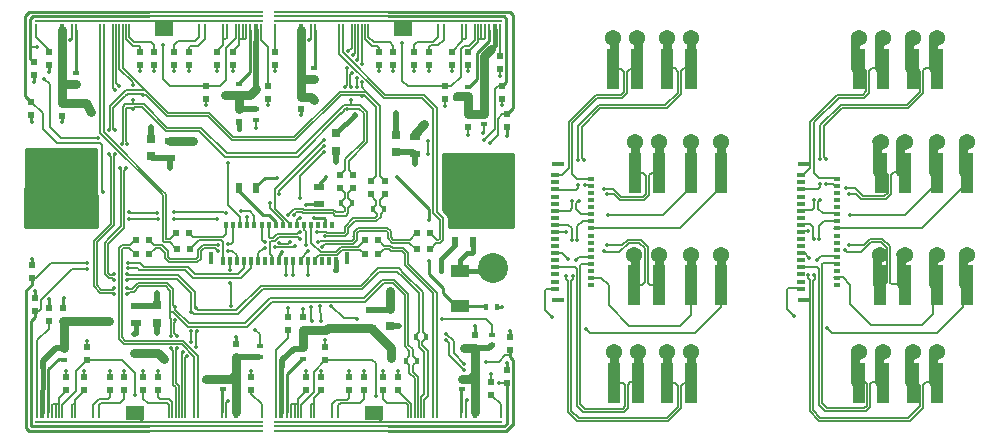
<source format=gbr>
G04 #@! TF.FileFunction,Copper,L1,Top,Signal*
%FSLAX46Y46*%
G04 Gerber Fmt 4.6, Leading zero omitted, Abs format (unit mm)*
G04 Created by KiCad (PCBNEW 4.0.5) date Fri Apr 14 16:53:27 2017*
%MOMM*%
%LPD*%
G01*
G04 APERTURE LIST*
%ADD10C,0.100000*%
%ADD11R,0.600000X0.500000*%
%ADD12R,1.000000X0.350000*%
%ADD13R,0.500000X0.300000*%
%ADD14R,0.670000X0.300000*%
%ADD15R,1.000000X3.500000*%
%ADD16C,1.371600*%
%ADD17R,0.500000X0.600000*%
%ADD18R,0.150000X1.000000*%
%ADD19R,0.381000X1.000000*%
%ADD20R,0.254000X1.000000*%
%ADD21R,19.400000X0.250000*%
%ADD22R,1.524000X1.200000*%
%ADD23R,6.000000X1.917700*%
%ADD24R,0.600000X0.400000*%
%ADD25R,0.750000X0.800000*%
%ADD26R,0.500000X0.900000*%
%ADD27R,0.400000X0.600000*%
%ADD28R,0.900000X0.500000*%
%ADD29R,1.600000X1.000000*%
%ADD30C,2.540000*%
%ADD31R,0.350000X1.000000*%
%ADD32R,0.300000X0.500000*%
%ADD33R,0.300000X0.670000*%
%ADD34C,0.355600*%
%ADD35C,0.508000*%
%ADD36C,0.254000*%
%ADD37C,0.381000*%
%ADD38C,0.127000*%
%ADD39C,0.150000*%
%ADD40C,0.508000*%
%ADD41C,0.762000*%
G04 APERTURE END LIST*
D10*
D11*
X143346080Y-104693720D03*
X144446080Y-104693720D03*
D12*
X176112520Y-97457340D03*
D13*
X178912520Y-99332340D03*
D14*
X175847520Y-99632340D03*
X175847520Y-98432340D03*
D13*
X178912520Y-98732340D03*
D14*
X175847520Y-99032340D03*
X175847520Y-100232340D03*
X175847520Y-100832340D03*
X175847520Y-101432340D03*
X175847520Y-102032340D03*
X175847520Y-102632340D03*
X175847520Y-103232340D03*
X175847520Y-103832340D03*
X175847520Y-104432340D03*
X175847520Y-105032340D03*
X175847520Y-105632340D03*
X175847520Y-106232340D03*
X175847520Y-106832340D03*
X175847520Y-107432340D03*
X175847520Y-108032340D03*
D13*
X178912520Y-99932340D03*
X178912520Y-100532340D03*
X178912520Y-101132340D03*
X178912520Y-101732340D03*
X178912520Y-102332340D03*
X178912520Y-102932340D03*
X178912520Y-103532340D03*
X178912520Y-104132340D03*
X178912520Y-104732340D03*
X178912520Y-105332340D03*
X178912520Y-105932340D03*
X178912520Y-106532340D03*
X178912520Y-107132340D03*
X178912520Y-107732340D03*
D12*
X176112520Y-109002340D03*
D15*
X189923420Y-98201480D03*
D16*
X189923420Y-95623380D03*
D15*
X187393580Y-98201480D03*
D16*
X187393580Y-95623380D03*
D15*
X182620920Y-98201480D03*
D16*
X182620920Y-95623380D03*
D15*
X187396120Y-89397840D03*
D16*
X187396120Y-86819740D03*
D15*
X185361580Y-89397840D03*
D16*
X185361580Y-86819740D03*
D15*
X182819040Y-89397840D03*
D16*
X182819040Y-86819740D03*
D15*
X180792120Y-89397840D03*
D16*
X180792120Y-86819740D03*
D15*
X184655460Y-98201480D03*
D16*
X184655460Y-95623380D03*
D15*
X187393580Y-107731560D03*
D16*
X187393580Y-105153460D03*
D15*
X180835300Y-115994180D03*
D16*
X180835300Y-113416080D03*
D15*
X189923420Y-107731560D03*
D16*
X189923420Y-105153460D03*
D15*
X185359040Y-115994180D03*
D16*
X185359040Y-113416080D03*
D15*
X184655460Y-107731560D03*
D16*
X184655460Y-105153460D03*
D15*
X187393580Y-115994180D03*
D16*
X187393580Y-113416080D03*
D15*
X182559960Y-107731560D03*
D16*
X182559960Y-105153460D03*
D15*
X182869840Y-115994180D03*
D16*
X182869840Y-113416080D03*
D17*
X115148360Y-116640700D03*
X115148360Y-115540700D03*
D18*
X150380160Y-86166440D03*
D19*
X149963600Y-86166440D03*
D20*
X149449160Y-86166440D03*
D18*
X149111200Y-86166440D03*
X148834200Y-86166440D03*
X148557200Y-86166440D03*
X148280200Y-86166440D03*
X147480160Y-86166440D03*
X147203160Y-86166440D03*
X145680160Y-86166440D03*
X145126160Y-86166440D03*
X139260160Y-86166440D03*
X138983160Y-86166440D03*
X138680160Y-86166440D03*
X138403160Y-86166440D03*
X138126160Y-86166440D03*
X137849160Y-86166440D03*
X137080160Y-86166440D03*
X136803160Y-86166440D03*
D20*
X134749000Y-86166440D03*
D18*
X134370000Y-86166440D03*
D19*
X133553160Y-86166440D03*
D18*
X131380160Y-86166440D03*
D21*
X140923740Y-84977720D03*
X140923740Y-84591640D03*
X140923740Y-85359520D03*
D22*
X142153100Y-86080080D03*
D23*
X148539200Y-100296980D03*
X148539200Y-97637600D03*
X113179860Y-100296980D03*
X113179860Y-97637600D03*
D17*
X150611840Y-90849360D03*
X150611840Y-91949360D03*
D24*
X130081020Y-113794960D03*
X130081020Y-112894960D03*
D17*
X133974840Y-116638160D03*
X133974840Y-115538160D03*
X111031020Y-109884300D03*
X111031020Y-108784300D03*
X120208040Y-116643240D03*
X120208040Y-115543240D03*
X113654840Y-116640700D03*
X113654840Y-115540700D03*
D11*
X138987440Y-105135680D03*
X140087440Y-105135680D03*
D17*
X140675360Y-100011320D03*
X140675360Y-98911320D03*
D11*
X138987440Y-103926640D03*
X140087440Y-103926640D03*
X124115920Y-104693720D03*
X123015920Y-104693720D03*
X124105760Y-103352600D03*
X123005760Y-103352600D03*
X120666600Y-105135680D03*
X119566600Y-105135680D03*
X120666600Y-103926640D03*
X119566600Y-103926640D03*
X143346080Y-103352600D03*
X144446080Y-103352600D03*
D17*
X139456160Y-100041800D03*
X139456160Y-98941800D03*
X137993120Y-99477920D03*
X137993120Y-98377920D03*
X136834880Y-99493160D03*
X136834880Y-98393160D03*
D25*
X136489440Y-96381000D03*
X136489440Y-94881000D03*
D17*
X110733840Y-92261600D03*
X110733840Y-93361600D03*
X110947200Y-88883400D03*
X110947200Y-89983400D03*
X128313180Y-92828020D03*
X128313180Y-93928020D03*
X113344960Y-92312400D03*
X113344960Y-93412400D03*
X127802640Y-87991860D03*
X127802640Y-89091860D03*
X125536960Y-90849360D03*
X125536960Y-91949360D03*
X126438660Y-87989320D03*
X126438660Y-89089320D03*
X124063760Y-87989320D03*
X124063760Y-89089320D03*
X122814080Y-87994400D03*
X122814080Y-89094400D03*
X121127520Y-87994400D03*
X121127520Y-89094400D03*
X119913400Y-87994400D03*
X119913400Y-89094400D03*
X130738880Y-90849360D03*
X130738880Y-91949360D03*
X112247680Y-88024880D03*
X112247680Y-89124880D03*
X150985220Y-93234420D03*
X150985220Y-94334420D03*
X133563360Y-91728200D03*
X133563360Y-92828200D03*
X147665440Y-93226800D03*
X147665440Y-94326800D03*
X147675600Y-88014720D03*
X147675600Y-89114720D03*
X145729960Y-90905240D03*
X145729960Y-92005240D03*
X146342100Y-88014720D03*
X146342100Y-89114720D03*
X144353280Y-88009640D03*
X144353280Y-89109640D03*
X143108680Y-88009640D03*
X143108680Y-89109640D03*
X141368780Y-88009640D03*
X141368780Y-89109640D03*
X140136880Y-88009640D03*
X140136880Y-89109640D03*
X150393400Y-88375400D03*
X150393400Y-89475400D03*
X131381500Y-87961380D03*
X131381500Y-89061380D03*
X110756700Y-107130940D03*
X110756700Y-106030940D03*
X113431320Y-110750440D03*
X113431320Y-109650440D03*
X128016000Y-113783200D03*
X128016000Y-112683200D03*
X115443000Y-114054980D03*
X115443000Y-112954980D03*
X117358160Y-116643240D03*
X117358160Y-115543240D03*
X118607840Y-116643240D03*
X118607840Y-115543240D03*
X121462800Y-116643240D03*
X121462800Y-115543240D03*
X112186720Y-110749080D03*
X112186720Y-109649080D03*
X129306320Y-116643240D03*
X129306320Y-115543240D03*
X151213820Y-113254880D03*
X151213820Y-112154880D03*
X150952200Y-116014500D03*
X150952200Y-114914500D03*
X133700520Y-111558160D03*
X133700520Y-110458160D03*
X148272500Y-113097400D03*
X148272500Y-111997400D03*
X135595360Y-114054980D03*
X135595360Y-112954980D03*
X135280400Y-116640700D03*
X135280400Y-115540700D03*
X137642600Y-116648320D03*
X137642600Y-115548320D03*
X138897360Y-116643240D03*
X138897360Y-115543240D03*
X140522960Y-116643240D03*
X140522960Y-115543240D03*
X141787880Y-116643240D03*
X141787880Y-115543240D03*
X132486400Y-111558160D03*
X132486400Y-110458160D03*
X149661880Y-116998840D03*
X149661880Y-115898840D03*
D25*
X120817640Y-96838200D03*
X120817640Y-95338200D03*
X141620240Y-96497840D03*
X141620240Y-94997840D03*
X121330720Y-109404720D03*
X121330720Y-110904720D03*
X141097000Y-109719680D03*
X141097000Y-111219680D03*
D26*
X128276920Y-99522280D03*
X129776920Y-99522280D03*
D24*
X149707600Y-112819600D03*
X149707600Y-111919600D03*
X149057360Y-93191760D03*
X149057360Y-94091760D03*
X129753360Y-92844200D03*
X129753360Y-93744200D03*
D27*
X140581800Y-101297740D03*
X139681800Y-101297740D03*
X137864000Y-100774500D03*
X136964000Y-100774500D03*
X142440240Y-114122200D03*
X143340240Y-114122200D03*
X143258120Y-112085120D03*
X144158120Y-112085120D03*
D28*
X122438160Y-95488060D03*
X122438160Y-96988060D03*
D24*
X128320800Y-90746160D03*
X128320800Y-91646160D03*
X114508280Y-90670800D03*
X114508280Y-89770800D03*
D28*
X143195040Y-95160400D03*
X143195040Y-96660400D03*
D24*
X147660000Y-90940000D03*
X147660000Y-91840000D03*
X134686040Y-90254240D03*
X134686040Y-89354240D03*
D28*
X119603520Y-110965680D03*
X119603520Y-109465680D03*
D24*
X113466880Y-114061660D03*
X113466880Y-113161660D03*
X126913640Y-115643240D03*
X126913640Y-116543240D03*
D28*
X139496800Y-111367000D03*
X139496800Y-109867000D03*
D24*
X133725920Y-114010860D03*
X133725920Y-113110860D03*
X147142200Y-115643240D03*
X147142200Y-116543240D03*
D29*
X146984720Y-109526200D03*
X146984720Y-106526200D03*
D27*
X149222040Y-109562900D03*
X150122040Y-109562900D03*
D26*
X146625000Y-104100000D03*
X148125000Y-104100000D03*
D28*
X135102600Y-100892040D03*
X135102600Y-99392040D03*
D30*
X149783800Y-106258360D03*
D31*
X125938360Y-105451560D03*
D32*
X127813360Y-102651560D03*
D33*
X128113360Y-105716560D03*
X126913360Y-105716560D03*
D32*
X127213360Y-102651560D03*
D33*
X127513360Y-105716560D03*
X128713360Y-105716560D03*
X129313360Y-105716560D03*
X129913360Y-105716560D03*
X130513360Y-105716560D03*
X131113360Y-105716560D03*
X131713360Y-105716560D03*
X132313360Y-105716560D03*
X132913360Y-105716560D03*
X133513360Y-105716560D03*
X134113360Y-105716560D03*
X134713360Y-105716560D03*
X135313360Y-105716560D03*
X135913360Y-105716560D03*
X136513360Y-105716560D03*
D32*
X128413360Y-102651560D03*
X129013360Y-102651560D03*
X129613360Y-102651560D03*
X130213360Y-102651560D03*
X130813360Y-102651560D03*
X131413360Y-102651560D03*
X132013360Y-102651560D03*
X132613360Y-102651560D03*
X133213360Y-102651560D03*
X133813360Y-102651560D03*
X134413360Y-102651560D03*
X135013360Y-102651560D03*
X135613360Y-102651560D03*
X136213360Y-102651560D03*
D31*
X137483360Y-105451560D03*
D12*
X155325160Y-97457340D03*
D13*
X158125160Y-99332340D03*
D14*
X155060160Y-99632340D03*
X155060160Y-98432340D03*
D13*
X158125160Y-98732340D03*
D14*
X155060160Y-99032340D03*
X155060160Y-100232340D03*
X155060160Y-100832340D03*
X155060160Y-101432340D03*
X155060160Y-102032340D03*
X155060160Y-102632340D03*
X155060160Y-103232340D03*
X155060160Y-103832340D03*
X155060160Y-104432340D03*
X155060160Y-105032340D03*
X155060160Y-105632340D03*
X155060160Y-106232340D03*
X155060160Y-106832340D03*
X155060160Y-107432340D03*
X155060160Y-108032340D03*
D13*
X158125160Y-99932340D03*
X158125160Y-100532340D03*
X158125160Y-101132340D03*
X158125160Y-101732340D03*
X158125160Y-102332340D03*
X158125160Y-102932340D03*
X158125160Y-103532340D03*
X158125160Y-104132340D03*
X158125160Y-104732340D03*
X158125160Y-105332340D03*
X158125160Y-105932340D03*
X158125160Y-106532340D03*
X158125160Y-107132340D03*
X158125160Y-107732340D03*
D12*
X155325160Y-109002340D03*
D18*
X130150160Y-86166440D03*
D19*
X129733600Y-86166440D03*
D20*
X129219160Y-86166440D03*
D18*
X128881200Y-86166440D03*
X128604200Y-86166440D03*
X128327200Y-86166440D03*
X128050200Y-86166440D03*
X127250160Y-86166440D03*
X126973160Y-86166440D03*
X125450160Y-86166440D03*
X124896160Y-86166440D03*
X119030160Y-86166440D03*
X118753160Y-86166440D03*
X118450160Y-86166440D03*
X118173160Y-86166440D03*
X117896160Y-86166440D03*
X117619160Y-86166440D03*
X116850160Y-86166440D03*
X116573160Y-86166440D03*
D20*
X114519000Y-86166440D03*
D18*
X114140000Y-86166440D03*
D19*
X113323160Y-86166440D03*
D18*
X111150160Y-86166440D03*
D21*
X120693740Y-84977720D03*
X120693740Y-84591640D03*
X120693740Y-85359520D03*
D22*
X121923100Y-86080080D03*
D18*
X131469840Y-118503560D03*
D19*
X131886400Y-118503560D03*
D20*
X132400840Y-118503560D03*
D18*
X132738800Y-118503560D03*
X133015800Y-118503560D03*
X133292800Y-118503560D03*
X133569800Y-118503560D03*
X134369840Y-118503560D03*
X134646840Y-118503560D03*
X136169840Y-118503560D03*
X136723840Y-118503560D03*
X142589840Y-118503560D03*
X142866840Y-118503560D03*
X143169840Y-118503560D03*
X143446840Y-118503560D03*
X143723840Y-118503560D03*
X144000840Y-118503560D03*
X144769840Y-118503560D03*
X145046840Y-118503560D03*
D20*
X147101000Y-118503560D03*
D18*
X147480000Y-118503560D03*
D19*
X148296840Y-118503560D03*
D18*
X150469840Y-118503560D03*
D21*
X140926260Y-119692280D03*
X140926260Y-120078360D03*
X140926260Y-119310480D03*
D22*
X139696900Y-118589920D03*
D18*
X111229840Y-118503560D03*
D19*
X111646400Y-118503560D03*
D20*
X112160840Y-118503560D03*
D18*
X112498800Y-118503560D03*
X112775800Y-118503560D03*
X113052800Y-118503560D03*
X113329800Y-118503560D03*
X114129840Y-118503560D03*
X114406840Y-118503560D03*
X115929840Y-118503560D03*
X116483840Y-118503560D03*
X122349840Y-118503560D03*
X122626840Y-118503560D03*
X122929840Y-118503560D03*
X123206840Y-118503560D03*
X123483840Y-118503560D03*
X123760840Y-118503560D03*
X124529840Y-118503560D03*
X124806840Y-118503560D03*
D20*
X126861000Y-118503560D03*
D18*
X127240000Y-118503560D03*
D19*
X128056840Y-118503560D03*
D18*
X130229840Y-118503560D03*
D21*
X120686260Y-119692280D03*
X120686260Y-120078360D03*
X120686260Y-119310480D03*
D22*
X119456900Y-118589920D03*
D15*
X160004760Y-89397840D03*
D16*
X160004760Y-86819740D03*
D15*
X162031680Y-89397840D03*
D16*
X162031680Y-86819740D03*
D15*
X164574220Y-89397840D03*
D16*
X164574220Y-86819740D03*
D15*
X166608760Y-89397840D03*
D16*
X166608760Y-86819740D03*
D15*
X161833560Y-98201480D03*
D16*
X161833560Y-95623380D03*
D15*
X163868100Y-98201480D03*
D16*
X163868100Y-95623380D03*
D15*
X166606220Y-98201480D03*
D16*
X166606220Y-95623380D03*
D15*
X169136060Y-98201480D03*
D16*
X169136060Y-95623380D03*
D15*
X161772600Y-107731560D03*
D16*
X161772600Y-105153460D03*
D15*
X166606220Y-115994180D03*
D16*
X166606220Y-113416080D03*
D15*
X162082480Y-115994180D03*
D16*
X162082480Y-113416080D03*
D15*
X163868100Y-107731560D03*
D16*
X163868100Y-105153460D03*
D15*
X164571680Y-115994180D03*
D16*
X164571680Y-113416080D03*
D15*
X160047940Y-115994180D03*
D16*
X160047940Y-113416080D03*
D15*
X169136060Y-107731560D03*
D16*
X169136060Y-105153460D03*
D15*
X166606220Y-107731560D03*
D16*
X166606220Y-105153460D03*
D34*
X144370000Y-105700000D03*
X144400000Y-102230000D03*
X141690000Y-98570000D03*
X135630920Y-98602800D03*
X117300032Y-96663157D03*
X117756940Y-108473240D03*
X117294660Y-94607380D03*
X118851680Y-108473240D03*
X122547380Y-112039400D03*
X122549920Y-113080800D03*
X138689080Y-90561160D03*
X138696700Y-89047320D03*
X135544560Y-103596440D03*
X133461760Y-103822500D03*
X122880962Y-109617938D03*
X133428740Y-103238300D03*
X134868920Y-103273860D03*
X117782633Y-96662240D03*
X117795040Y-94617540D03*
X138690000Y-91720000D03*
X119298720Y-90769440D03*
X118846600Y-107990640D03*
X120200000Y-91610000D03*
X138260000Y-90160000D03*
X138318240Y-90967560D03*
X138287760Y-88630760D03*
X122910601Y-110713519D03*
X123068080Y-112044480D03*
X123073160Y-113080800D03*
X117751860Y-107990640D03*
X133037580Y-104460040D03*
X118366501Y-95755499D03*
X118259860Y-97805240D03*
X132979160Y-101785420D03*
X137855960Y-89753440D03*
X123545600Y-113370360D03*
X137977880Y-88209120D03*
X118110000Y-90835480D03*
X124252378Y-110007146D03*
X124226320Y-111633000D03*
X124249180Y-112580420D03*
X137822940Y-92029280D03*
X137800080Y-90954860D03*
X119288560Y-92080080D03*
X117751860Y-107289600D03*
X118826280Y-107304840D03*
X130477260Y-104548940D03*
X131363720Y-104531160D03*
X131714240Y-104134920D03*
X132654040Y-104056180D03*
X117765769Y-91173725D03*
X119296180Y-92829380D03*
X118848671Y-95775907D03*
X118742452Y-97802186D03*
X132463540Y-101770180D03*
X124701300Y-112933480D03*
X137410000Y-92860000D03*
X137276840Y-90965020D03*
X124720000Y-111630000D03*
X124630000Y-109670000D03*
X123860560Y-113756440D03*
X137551160Y-87939880D03*
X137459720Y-89372440D03*
X117759480Y-106786680D03*
X118811040Y-106794300D03*
X130469640Y-104051100D03*
D35*
X141825980Y-111229140D03*
D34*
X150558500Y-109562900D03*
X121460260Y-115001040D03*
X120202960Y-114995960D03*
X118597680Y-114995960D03*
X117355620Y-115001040D03*
X113647220Y-115001040D03*
X115145820Y-115008660D03*
X115440460Y-112422940D03*
X135282940Y-115013740D03*
X133974840Y-115008660D03*
X135597900Y-112420400D03*
X141785340Y-115008660D03*
X140517880Y-115008660D03*
X138894820Y-115013740D03*
X137642600Y-115013740D03*
X127802640Y-89621360D03*
X126438660Y-89613740D03*
X145735040Y-92542360D03*
X150609300Y-92491560D03*
X150398480Y-90007440D03*
X147675600Y-89644220D03*
X146344640Y-89641680D03*
X144350740Y-89644220D03*
X143113760Y-89639140D03*
X141371320Y-89639140D03*
X140141960Y-89639140D03*
X130738880Y-92478860D03*
X131386580Y-89590880D03*
X125534420Y-92483940D03*
X113350040Y-93944440D03*
X110736380Y-93891100D03*
X110947200Y-90517980D03*
X112255300Y-89654380D03*
X124068840Y-89623900D03*
X122824240Y-89626440D03*
X121132600Y-89628980D03*
X119910860Y-89634060D03*
X133568440Y-93370400D03*
X128310640Y-94503240D03*
X129306320Y-115018820D03*
X128018540Y-112135920D03*
X151213820Y-111612680D03*
X110759240Y-105491280D03*
X111033560Y-108247180D03*
X150962360Y-114335560D03*
D35*
X138130280Y-93289120D03*
D34*
X118872000Y-118943120D03*
X119456200Y-118592600D03*
X120030240Y-118943120D03*
X120030240Y-118170960D03*
X118872000Y-118165880D03*
X121920000Y-86080600D03*
X122499120Y-86492080D03*
X121366280Y-86497160D03*
X122499120Y-85664040D03*
X121371360Y-85664040D03*
X142722600Y-86481920D03*
X141589760Y-86497160D03*
X142717520Y-85658960D03*
X142153640Y-86080600D03*
X141579600Y-85664040D03*
X140274040Y-119004080D03*
X139120880Y-118999000D03*
X140258800Y-118170960D03*
X139705080Y-118607840D03*
X139136120Y-118181120D03*
X116078000Y-101600000D03*
X116078000Y-102108000D03*
X116078000Y-102616000D03*
X115316000Y-102616000D03*
X115316000Y-101600000D03*
X111506000Y-101600000D03*
X112268000Y-101600000D03*
X111506000Y-102108000D03*
X112268000Y-102108000D03*
X111506000Y-102616000D03*
X112268000Y-102616000D03*
X113030000Y-101600000D03*
X113030000Y-102108000D03*
X113030000Y-102616000D03*
X113792000Y-101600000D03*
X113792000Y-102108000D03*
X113792000Y-102616000D03*
X114554000Y-101600000D03*
X114554000Y-102108000D03*
X114554000Y-102616000D03*
X115316000Y-102108000D03*
X150985220Y-95079820D03*
X147670520Y-95041720D03*
D35*
X141615160Y-93141800D03*
X120830340Y-94302580D03*
D34*
X133700520Y-109717840D03*
X132486400Y-109702600D03*
X113446560Y-108849160D03*
X112186720Y-108889800D03*
X148275040Y-111201200D03*
D35*
X121345960Y-111815880D03*
D34*
X149669500Y-115295680D03*
X116794280Y-99862640D03*
X118988840Y-102138480D03*
X121462800Y-102153720D03*
X122814080Y-102148640D03*
X126400000Y-102100000D03*
X129006600Y-101965760D03*
X122803920Y-101569520D03*
X116352320Y-95300800D03*
X111160560Y-87579200D03*
X111810800Y-90246200D03*
X118993920Y-101508560D03*
X121396760Y-101589840D03*
X127187960Y-101589840D03*
X128498600Y-101427280D03*
X114035840Y-86982300D03*
X121881900Y-87388700D03*
X130901440Y-100797360D03*
X131700000Y-100040000D03*
X135509000Y-95973900D03*
X149545040Y-95732600D03*
X135483600Y-95427800D03*
X149052280Y-95412560D03*
X142125700Y-87243920D03*
X134264400Y-87000080D03*
X115468400Y-105867200D03*
X118927880Y-105836720D03*
X118938368Y-106319208D03*
X115458240Y-106359960D03*
X119501920Y-117066060D03*
X127353060Y-117541040D03*
X145849340Y-111836200D03*
X147380960Y-114386360D03*
X149197060Y-114208560D03*
X135242300Y-110802420D03*
X135188960Y-109529880D03*
X132902960Y-106842560D03*
X145816320Y-112402620D03*
X134419340Y-109550200D03*
X134485380Y-110797340D03*
X147360640Y-114927380D03*
X150279100Y-115989100D03*
X132313680Y-106842560D03*
X139880340Y-117088920D03*
X147594320Y-117480080D03*
X127360680Y-104830880D03*
X126532640Y-104830880D03*
X126527560Y-104302560D03*
X127345440Y-104282240D03*
X133939280Y-104368600D03*
X134990840Y-104101900D03*
X135341360Y-104495600D03*
X134134860Y-104871520D03*
X129677160Y-111495840D03*
X127655320Y-109468920D03*
X127518160Y-107574080D03*
X127523240Y-106441240D03*
X131478020Y-98635820D03*
X131953000Y-104962960D03*
X145404840Y-106558080D03*
X136458960Y-106466640D03*
X129755900Y-94388940D03*
X127375920Y-97383600D03*
X133974840Y-100914200D03*
X134622540Y-102052120D03*
X144332960Y-95542100D03*
X148950680Y-94833440D03*
X144327880Y-96672400D03*
X133497320Y-100360480D03*
X133428740Y-102049580D03*
X135524240Y-96494600D03*
D35*
X124368560Y-95509080D03*
X115735100Y-93116400D03*
X127109220Y-91620340D03*
X134690000Y-92100000D03*
X144002760Y-94122240D03*
X146697700Y-91744800D03*
X117368320Y-110738920D03*
X119443500Y-113469420D03*
X121942860Y-113949480D03*
X125509020Y-115633500D03*
X119451120Y-111897160D03*
X147353020Y-113078260D03*
X141185900Y-113931700D03*
D34*
X145465800Y-110627160D03*
X138333480Y-110599220D03*
X134137400Y-106837480D03*
X136113520Y-109524800D03*
X150114000Y-101600000D03*
X150114000Y-102108000D03*
X146304000Y-101600000D03*
X146304000Y-102108000D03*
X146304000Y-102616000D03*
X147066000Y-102616000D03*
X147066000Y-102108000D03*
X147066000Y-101600000D03*
X147828000Y-101600000D03*
X147828000Y-102108000D03*
X147828000Y-102616000D03*
X148590000Y-102616000D03*
X148590000Y-102108000D03*
X148590000Y-101600000D03*
X149352000Y-101600000D03*
X149352000Y-102108000D03*
X149352000Y-102616000D03*
X150114000Y-102616000D03*
X150876000Y-102616000D03*
X150876000Y-102108000D03*
X150876000Y-101600000D03*
D35*
X136489440Y-97282000D03*
X122448320Y-97810320D03*
X143195040Y-97505520D03*
X141099540Y-108229400D03*
X121320560Y-108417360D03*
D34*
X178008280Y-97083880D03*
X178041300Y-99181920D03*
X157576520Y-99240340D03*
X157543500Y-97142300D03*
X177500280Y-97094040D03*
X177492660Y-99169220D03*
X157027880Y-99227640D03*
X157035500Y-97152460D03*
X179697380Y-99534980D03*
X176954180Y-100540820D03*
X156489400Y-100599240D03*
X159232600Y-99593400D03*
X179646580Y-104762300D03*
X176944020Y-103827580D03*
X156479240Y-103886000D03*
X159181800Y-104820720D03*
X176603660Y-105463340D03*
X176463960Y-106888280D03*
X155999180Y-106946700D03*
X156138880Y-105521760D03*
X179918360Y-99984560D03*
X177530760Y-100510340D03*
X157065980Y-100568760D03*
X159453580Y-100042980D03*
X179910740Y-104305100D03*
X177426486Y-103839067D03*
X156961706Y-103897487D03*
X159445960Y-104363520D03*
X177269140Y-105572560D03*
X177010060Y-106895900D03*
X156545280Y-106954320D03*
X156804360Y-105630980D03*
X178127660Y-111363760D03*
X175277780Y-110357920D03*
X154813000Y-110416340D03*
X157662880Y-111422180D03*
X180050440Y-101772720D03*
X176484280Y-103184960D03*
X156019500Y-103243380D03*
X159585660Y-101831140D03*
D36*
X146984720Y-109526200D02*
X149185340Y-109526200D01*
X149185340Y-109526200D02*
X149222040Y-109562900D01*
X145540000Y-107980000D02*
X145540000Y-108381480D01*
X145540000Y-108381480D02*
X146684720Y-109526200D01*
X146684720Y-109526200D02*
X146984720Y-109526200D01*
X144370000Y-106810000D02*
X145540000Y-107980000D01*
X144370000Y-105700000D02*
X144370000Y-106810000D01*
X141690000Y-98570000D02*
X144400000Y-101280000D01*
X144400000Y-101280000D02*
X144400000Y-102230000D01*
X135102600Y-99131120D02*
X135630920Y-98602800D01*
X135102600Y-99392040D02*
X135102600Y-99131120D01*
D37*
X147579920Y-105050000D02*
X148006000Y-105050000D01*
X148006000Y-105050000D02*
X148125000Y-104931000D01*
X148125000Y-104931000D02*
X148125000Y-104100000D01*
X146984720Y-106526200D02*
X146984720Y-105645200D01*
X146984720Y-105645200D02*
X147579920Y-105050000D01*
X146984720Y-106526200D02*
X149073740Y-106526200D01*
X147284720Y-106526200D02*
X146984720Y-106526200D01*
D38*
X121729500Y-99639354D02*
X116850160Y-94760014D01*
X123005760Y-103352600D02*
X122492779Y-103865581D01*
X122492779Y-103865581D02*
X122158661Y-103865581D01*
X122158661Y-103865581D02*
X122085111Y-103792031D01*
X122085111Y-103792031D02*
X122085111Y-99994965D01*
X122085111Y-99994965D02*
X121729500Y-99639354D01*
X116850160Y-94760014D02*
X116850160Y-86166440D01*
X116573160Y-86166440D02*
X116573160Y-86756100D01*
X121965630Y-104119590D02*
X122420291Y-104119591D01*
X116573160Y-86756100D02*
X116573300Y-86756240D01*
X116573300Y-90451940D02*
X116570760Y-90454480D01*
X116570760Y-90454480D02*
X116570760Y-94839838D01*
X121831101Y-100100179D02*
X121831101Y-103985061D01*
X116573300Y-86756240D02*
X116573300Y-90451940D01*
X116570760Y-94839838D02*
X121831101Y-100100179D01*
X121831101Y-103985061D02*
X121965630Y-104119590D01*
X122420291Y-104119591D02*
X122994420Y-104693720D01*
X122994420Y-104693720D02*
X123015920Y-104693720D01*
X119082820Y-104360980D02*
X118404874Y-104360980D01*
X118404874Y-104360980D02*
X118135300Y-104630554D01*
X119517160Y-103926640D02*
X119082820Y-104360980D01*
X119566600Y-103926640D02*
X119517160Y-103926640D01*
X124529840Y-118503560D02*
X124529840Y-113787946D01*
X124529840Y-113787946D02*
X123446874Y-112704980D01*
X118570074Y-112704980D02*
X123446874Y-112704980D01*
X118135300Y-112270206D02*
X118570074Y-112704980D01*
X119566600Y-103779320D02*
X119516600Y-103779320D01*
X118135300Y-104630554D02*
X118135300Y-112270206D01*
X119547640Y-105135680D02*
X119026950Y-104614990D01*
X119026950Y-104614990D02*
X118510088Y-104614990D01*
X119566600Y-105135680D02*
X119547640Y-105135680D01*
X118389310Y-104735768D02*
X118510088Y-104614990D01*
X124806840Y-113705722D02*
X123552088Y-112450970D01*
X124806840Y-118503560D02*
X124806840Y-113705722D01*
X123552088Y-112450970D02*
X118686581Y-112450971D01*
X118389310Y-112153700D02*
X118389310Y-104735768D01*
X118686581Y-112450971D02*
X118389310Y-112153700D01*
X119566600Y-105044240D02*
X119516600Y-105044240D01*
X140690446Y-91607540D02*
X137185346Y-88102440D01*
X137080160Y-87997254D02*
X137185346Y-88102440D01*
X137185346Y-88102440D02*
X137108159Y-88025253D01*
X137080160Y-86166440D02*
X137080160Y-87997254D01*
X144446080Y-104693720D02*
X144531280Y-104693720D01*
X145603060Y-103881164D02*
X145603060Y-102070234D01*
X144531280Y-104693720D02*
X145020990Y-104204010D01*
X145020990Y-104204010D02*
X145280215Y-104204009D01*
X145280215Y-104204009D02*
X145603060Y-103881164D01*
X145603060Y-102070234D02*
X145074740Y-101541914D01*
X145074740Y-101541914D02*
X145074740Y-92733194D01*
X145074740Y-92733194D02*
X143949086Y-91607540D01*
X143949086Y-91607540D02*
X140690446Y-91607540D01*
X144475760Y-104678480D02*
X144425760Y-104678480D01*
X144425760Y-104678480D02*
X144465040Y-104678480D01*
X144446080Y-103352600D02*
X144477600Y-103352600D01*
X144477600Y-103352600D02*
X145075000Y-103950000D01*
X145075000Y-103950000D02*
X145175000Y-103950000D01*
X145175000Y-103950000D02*
X145298060Y-103826940D01*
X145298060Y-103826940D02*
X145298060Y-102196566D01*
X145298060Y-102196566D02*
X144769740Y-101668246D01*
X143822754Y-91912540D02*
X140564114Y-91912540D01*
X144769740Y-101668246D02*
X144769740Y-92859526D01*
X144769740Y-92859526D02*
X143822754Y-91912540D01*
X140564114Y-91912540D02*
X136803160Y-88151586D01*
X136803160Y-88151586D02*
X136803160Y-86166440D01*
X144475760Y-103337360D02*
X144425760Y-103337360D01*
X144425760Y-103337360D02*
X144475200Y-103337360D01*
X142343617Y-106023923D02*
X144669694Y-108350000D01*
X144669694Y-108350000D02*
X144756009Y-108436315D01*
X144769840Y-118503560D02*
X144769840Y-108450146D01*
X144769840Y-108450146D02*
X144669694Y-108350000D01*
X140589460Y-104683660D02*
X141021506Y-104683660D01*
X141021506Y-104683660D02*
X141199506Y-104861660D01*
X141199506Y-104861660D02*
X142093870Y-104861660D01*
X142343617Y-105111407D02*
X142343617Y-106023923D01*
X142093870Y-104861660D02*
X142343617Y-105111407D01*
X140087440Y-105135680D02*
X140137440Y-105135680D01*
X140137440Y-105135680D02*
X140589460Y-104683660D01*
X140137440Y-103926640D02*
X140525500Y-104314700D01*
X140525500Y-104314700D02*
X140589460Y-104378660D01*
X145046840Y-118503560D02*
X145046840Y-108367922D01*
X140640451Y-104429651D02*
X140525500Y-104314700D01*
X145046840Y-108367922D02*
X142597627Y-105918709D01*
X142597627Y-105918709D02*
X142597626Y-105006192D01*
X142597626Y-105006192D02*
X142199084Y-104607650D01*
X142199084Y-104607650D02*
X141304720Y-104607650D01*
X141304720Y-104607650D02*
X141126721Y-104429651D01*
X141126721Y-104429651D02*
X140640451Y-104429651D01*
X140087440Y-103926640D02*
X140137440Y-103926640D01*
X122542300Y-111683800D02*
X122547380Y-111688880D01*
X122547380Y-111688880D02*
X122547380Y-112039400D01*
X122542300Y-110573820D02*
X122542300Y-111683800D01*
X122547380Y-112039400D02*
X122552450Y-112034330D01*
X122448320Y-109969300D02*
X122448320Y-110479840D01*
X122448320Y-110479840D02*
X122542300Y-110573820D01*
X122711468Y-109969300D02*
X122448320Y-109969300D01*
X141328474Y-107564020D02*
X140562924Y-107564020D01*
X122448320Y-109969300D02*
X122448320Y-109644180D01*
X142737740Y-113296366D02*
X142346580Y-112905206D01*
X142346580Y-112905206D02*
X142346580Y-108582126D01*
X142346580Y-108582126D02*
X141328474Y-107564020D01*
X138983044Y-109143900D02*
X131066206Y-109143900D01*
X123994268Y-111252100D02*
X122711468Y-109969300D01*
X140562924Y-107564020D02*
X138983044Y-109143900D01*
X131066206Y-109143900D02*
X128958006Y-111252100D01*
X128958006Y-111252100D02*
X123994268Y-111252100D01*
X122448320Y-109706152D02*
X122448320Y-109644180D01*
X122448320Y-109644180D02*
X122448320Y-108331000D01*
X122742960Y-116154200D02*
X122742960Y-113273840D01*
X122742960Y-113273840D02*
X122549920Y-113080800D01*
X122929840Y-116341080D02*
X122742960Y-116154200D01*
X122929840Y-118503560D02*
X122929840Y-116341080D01*
X133461760Y-103822500D02*
X133283961Y-103644701D01*
X133283961Y-103644701D02*
X131664453Y-103644701D01*
X131664453Y-103644701D02*
X131317663Y-103991491D01*
X131317663Y-103991491D02*
X131017631Y-103991491D01*
X131017631Y-103991491D02*
X130918301Y-104090821D01*
X130918301Y-104090821D02*
X130918301Y-105059501D01*
X130918301Y-105059501D02*
X131113360Y-105254560D01*
X131113360Y-105254560D02*
X131113360Y-105716560D01*
X117408950Y-92565384D02*
X117632480Y-92341854D01*
X117632480Y-92341854D02*
X118746834Y-91227500D01*
X117408950Y-94498170D02*
X117408950Y-92565384D01*
X117309900Y-94607380D02*
X117309900Y-94597220D01*
X117309900Y-94597220D02*
X117408950Y-94498170D01*
X119059960Y-108315760D02*
X119374920Y-108315760D01*
X119374920Y-108315760D02*
X119856411Y-107834269D01*
X118902480Y-108473240D02*
X119059960Y-108315760D01*
X118851680Y-108473240D02*
X118902480Y-108473240D01*
X117300032Y-96663157D02*
X117300032Y-96724725D01*
X117300032Y-96724725D02*
X117429280Y-96853973D01*
X117429280Y-96853973D02*
X117429280Y-102542574D01*
X117429280Y-102542574D02*
X115986460Y-103985394D01*
X115986460Y-103985394D02*
X115986461Y-107829065D01*
X115986461Y-107829065D02*
X116529046Y-108371650D01*
X116529046Y-108371650D02*
X117655350Y-108371650D01*
X117655350Y-108371650D02*
X117756940Y-108473240D01*
X120363166Y-91227500D02*
X120425666Y-91290000D01*
X118746834Y-91227500D02*
X120363166Y-91227500D01*
X122328975Y-108079575D02*
X122369580Y-108120180D01*
X122369580Y-108120180D02*
X122448320Y-108198920D01*
X119856411Y-107834269D02*
X122083669Y-107834269D01*
X122083669Y-107834269D02*
X122369580Y-108120180D01*
X142440240Y-114034760D02*
X142737740Y-113737260D01*
X142737740Y-113737260D02*
X142737740Y-113296366D01*
X142440240Y-114122200D02*
X142440240Y-114034760D01*
X140233499Y-98469459D02*
X140675360Y-98911320D01*
X142737740Y-113374700D02*
X142737740Y-113296366D01*
X142440240Y-114122200D02*
X142440240Y-114222200D01*
X142440240Y-114222200D02*
X142737740Y-114519700D01*
X142737740Y-114519700D02*
X142737740Y-115193980D01*
X142737740Y-115193980D02*
X143169840Y-115626080D01*
X143169840Y-115626080D02*
X143169840Y-118503560D01*
X122448320Y-108331000D02*
X122448320Y-108257105D01*
X122448320Y-108198920D02*
X122448320Y-108331000D01*
X140581800Y-101297740D02*
X140581800Y-101261800D01*
X140581800Y-101261800D02*
X140240000Y-100920000D01*
X140240000Y-100920000D02*
X140240000Y-100496680D01*
X140240000Y-100496680D02*
X140675360Y-100061320D01*
X140675360Y-100061320D02*
X140675360Y-100011320D01*
X120425666Y-91290000D02*
X122333246Y-93197580D01*
X118450160Y-86166440D02*
X118450160Y-89314494D01*
X118450160Y-89314494D02*
X120425666Y-91290000D01*
X125783006Y-93197580D02*
X127807067Y-95221641D01*
X122333246Y-93197580D02*
X125783006Y-93197580D01*
X127807067Y-95221641D02*
X132954413Y-95221641D01*
X132954413Y-95221641D02*
X136832674Y-91343380D01*
X136832674Y-91343380D02*
X139041806Y-91343380D01*
X140581800Y-101297740D02*
X140581800Y-101397740D01*
X139896336Y-102338471D02*
X138087195Y-102338471D01*
X140581800Y-101397740D02*
X140284300Y-101695240D01*
X137543430Y-103305532D02*
X137293162Y-103555800D01*
X140284300Y-101695240D02*
X140284300Y-101950507D01*
X140284300Y-101950507D02*
X139896336Y-102338471D01*
X138087195Y-102338471D02*
X137543430Y-102882236D01*
X137543430Y-102882236D02*
X137543430Y-103305532D01*
X139034420Y-91343380D02*
X138689080Y-90998040D01*
X138689080Y-90998040D02*
X138689080Y-90812607D01*
X139041806Y-91343380D02*
X139034420Y-91343380D01*
X138689080Y-90561160D02*
X138689080Y-90812607D01*
X138680160Y-88880920D02*
X138680160Y-89119680D01*
X138680160Y-89119680D02*
X138689080Y-89128600D01*
X140233499Y-92535073D02*
X140233499Y-98469459D01*
X139041806Y-91343380D02*
X140233499Y-92535073D01*
X143169840Y-117658080D02*
X143169840Y-117988080D01*
X143169840Y-117988080D02*
X143169840Y-118503560D01*
X135544560Y-103555800D02*
X137293162Y-103555800D01*
X138680160Y-87468680D02*
X138680160Y-88880920D01*
X138680160Y-86166440D02*
X138680160Y-87468680D01*
X123068080Y-112044480D02*
X123068080Y-112015014D01*
X123068080Y-112015014D02*
X122806460Y-111753394D01*
X122806460Y-111753394D02*
X122806460Y-110944660D01*
X122806460Y-110944660D02*
X122910601Y-110840519D01*
X122910601Y-110840519D02*
X122910601Y-110713519D01*
X123073160Y-113080800D02*
X123073160Y-113092434D01*
X123206840Y-116258856D02*
X123206840Y-118503560D01*
X123073160Y-113092434D02*
X122996970Y-113168626D01*
X122996970Y-113168626D02*
X122996970Y-116048986D01*
X122996970Y-116048986D02*
X123206840Y-116258856D01*
X143042740Y-113250000D02*
X143042740Y-113170034D01*
X143042740Y-113170034D02*
X142651580Y-112778874D01*
X142651580Y-112778874D02*
X142651580Y-108455794D01*
X142651580Y-108455794D02*
X141454806Y-107259020D01*
X140436592Y-107259020D02*
X138856712Y-108838900D01*
X141454806Y-107259020D02*
X140436592Y-107259020D01*
X138856712Y-108838900D02*
X130939874Y-108838900D01*
X130939874Y-108838900D02*
X128831674Y-110947100D01*
X124048492Y-110947100D02*
X122913140Y-109811748D01*
X128831674Y-110947100D02*
X124048492Y-110947100D01*
X122913140Y-109811748D02*
X122913140Y-109650116D01*
X122913140Y-109650116D02*
X122880962Y-109617938D01*
X122702330Y-108093706D02*
X122702330Y-109439306D01*
X122702330Y-109439306D02*
X122880962Y-109617938D01*
X134868920Y-103273860D02*
X135322054Y-103273860D01*
X135322054Y-103273860D02*
X135367775Y-103228139D01*
X135367775Y-103228139D02*
X135721345Y-103228139D01*
X137187948Y-103301790D02*
X137289420Y-103200318D01*
X140022580Y-101853003D02*
X140022580Y-101738520D01*
X135721345Y-103228139D02*
X135794996Y-103301790D01*
X135794996Y-103301790D02*
X137187948Y-103301790D01*
X137289420Y-103200318D02*
X137289420Y-102777022D01*
X137289420Y-102777022D02*
X137981980Y-102084462D01*
X137981980Y-102084462D02*
X139791122Y-102084461D01*
X139791122Y-102084461D02*
X140022580Y-101853003D01*
X140022580Y-101738520D02*
X139681800Y-101397740D01*
X139681800Y-101397740D02*
X139681800Y-101297740D01*
X133466840Y-103245920D02*
X133446037Y-103266723D01*
X134842851Y-103226269D02*
X134833360Y-103235760D01*
X131414520Y-103503701D02*
X131180740Y-103737481D01*
X133151880Y-103390700D02*
X131527521Y-103390700D01*
X131527521Y-103390700D02*
X131414520Y-103503701D01*
X133151888Y-103390692D02*
X133151880Y-103390700D01*
X133428740Y-103238300D02*
X133377940Y-103238300D01*
X133377940Y-103238300D02*
X133225548Y-103390692D01*
X133225548Y-103390692D02*
X133151888Y-103390692D01*
X120200000Y-91610000D02*
X120386442Y-91610000D01*
X122228032Y-93451590D02*
X125677792Y-93451590D01*
X120386442Y-91610000D02*
X122228032Y-93451590D01*
X138567390Y-91597390D02*
X138690000Y-91720000D01*
X125677792Y-93451590D02*
X127701853Y-95475651D01*
X127701853Y-95475651D02*
X133059628Y-95475650D01*
X133059628Y-95475650D02*
X136937888Y-91597390D01*
X136937888Y-91597390D02*
X138567390Y-91597390D01*
X118173160Y-86166440D02*
X118173160Y-89396718D01*
X119344440Y-90723720D02*
X119298720Y-90769440D01*
X118173160Y-89396718D02*
X119344440Y-90567998D01*
X119344440Y-90567998D02*
X119344440Y-90723720D01*
X118846600Y-107990640D02*
X118917711Y-108061751D01*
X119269706Y-108061750D02*
X119751197Y-107580259D01*
X118917711Y-108061751D02*
X118954746Y-108061750D01*
X118954746Y-108061750D02*
X119269706Y-108061750D01*
X119751197Y-107580259D02*
X122188884Y-107580260D01*
X122188884Y-107580260D02*
X122702330Y-108093706D01*
X117782633Y-96662240D02*
X117683290Y-96761583D01*
X117683290Y-96761583D02*
X117683290Y-102647788D01*
X117683290Y-102647788D02*
X116240470Y-104090608D01*
X117596920Y-108117640D02*
X117723920Y-107990640D01*
X116240470Y-104090608D02*
X116240470Y-107723850D01*
X116240470Y-107723850D02*
X116634260Y-108117640D01*
X116634260Y-108117640D02*
X117596920Y-108117640D01*
X117723920Y-107990640D02*
X117751860Y-107990640D01*
X117662960Y-92750640D02*
X117662960Y-94503912D01*
X117662960Y-94503912D02*
X117774652Y-94615604D01*
X117830600Y-92583000D02*
X117662960Y-92750640D01*
X117830600Y-92577920D02*
X117830600Y-92583000D01*
X143042740Y-113250000D02*
X143042740Y-113374700D01*
X143340240Y-114065240D02*
X143042740Y-113767740D01*
X143042740Y-113767740D02*
X143042740Y-113250000D01*
X143340240Y-114122200D02*
X143340240Y-114065240D01*
X138618380Y-91648380D02*
X138690000Y-91720000D01*
X138915474Y-91648380D02*
X138761620Y-91648380D01*
X138761620Y-91648380D02*
X138690000Y-91720000D01*
X139928501Y-92661407D02*
X139928501Y-98469459D01*
X138915474Y-91648380D02*
X139928501Y-92661407D01*
X139928501Y-98469459D02*
X139456160Y-98941800D01*
X143446840Y-118503560D02*
X143446840Y-115489060D01*
X143446840Y-115489060D02*
X143042740Y-115084960D01*
X143042740Y-115084960D02*
X143042740Y-114519700D01*
X143042740Y-114519700D02*
X143340240Y-114222200D01*
X143340240Y-114222200D02*
X143340240Y-114122200D01*
X118656888Y-91751632D02*
X117830600Y-92577920D01*
X118656888Y-91748778D02*
X118656888Y-91751632D01*
X139940000Y-100920000D02*
X139940000Y-100575640D01*
X139940000Y-100575640D02*
X139456160Y-100091800D01*
X139456160Y-100091800D02*
X139456160Y-100041800D01*
X139681800Y-101178200D02*
X139940000Y-100920000D01*
X139681800Y-101297740D02*
X139681800Y-101178200D01*
X120236834Y-91532500D02*
X120236834Y-91573166D01*
X120236834Y-91573166D02*
X120200000Y-91610000D01*
X118656888Y-91748778D02*
X118873166Y-91532500D01*
X118873166Y-91532500D02*
X120236834Y-91532500D01*
X138318240Y-90967560D02*
X138318240Y-90218240D01*
X138318240Y-90218240D02*
X138260000Y-90160000D01*
X138403160Y-88469640D02*
X138403160Y-88515360D01*
X138403160Y-88515360D02*
X138287760Y-88630760D01*
X138403160Y-87481240D02*
X138403160Y-88469640D01*
X138403160Y-86166440D02*
X138403160Y-87481240D01*
X138403160Y-86166440D02*
X138403160Y-86194440D01*
X130890081Y-103737481D02*
X130813360Y-103660760D01*
X131180740Y-103737481D02*
X130890081Y-103737481D01*
X130813360Y-103660760D02*
X130813360Y-102651560D01*
X137800080Y-90954860D02*
X137800080Y-90873580D01*
X137800080Y-90873580D02*
X137741669Y-90815169D01*
X137741669Y-90815169D02*
X137741669Y-89867731D01*
X137741669Y-89867731D02*
X137855960Y-89753440D01*
X138584606Y-92481300D02*
X137822940Y-92481300D01*
X137822940Y-92029280D02*
X137822940Y-92280727D01*
X137822940Y-92481300D02*
X137203514Y-92481300D01*
X137822940Y-92280727D02*
X137822940Y-92481300D01*
X119296180Y-92425519D02*
X119288560Y-92417899D01*
X119288560Y-92417899D02*
X119288560Y-92080080D01*
X120244917Y-92425519D02*
X119296180Y-92425519D01*
X119296180Y-92425519D02*
X118655017Y-92425519D01*
X137203514Y-92481300D02*
X133134434Y-96550380D01*
X133134434Y-96550380D02*
X127261286Y-96550380D01*
X118439098Y-95637182D02*
X118366501Y-95709779D01*
X127261286Y-96550380D02*
X125112636Y-94401730D01*
X125112636Y-94401730D02*
X122221128Y-94401730D01*
X122221128Y-94401730D02*
X120244917Y-92425519D01*
X118655017Y-92425519D02*
X118439099Y-92641437D01*
X118439099Y-92641437D02*
X118439098Y-95637182D01*
X118366501Y-95709779D02*
X118366501Y-95755499D01*
X118313101Y-102761113D02*
X118313101Y-97858481D01*
X118313101Y-97858481D02*
X118259860Y-97805240D01*
X117299974Y-103774240D02*
X118313101Y-102761113D01*
X116926450Y-106794699D02*
X116926450Y-104147764D01*
X116926450Y-104147764D02*
X117299974Y-103774240D01*
X117751860Y-107289600D02*
X117751860Y-107266740D01*
X117286732Y-107154981D02*
X116926450Y-106794699D01*
X117751860Y-107266740D02*
X117640101Y-107154981D01*
X117640101Y-107154981D02*
X117286732Y-107154981D01*
X137566500Y-101172000D02*
X137864000Y-100874500D01*
X137566500Y-101645620D02*
X137566500Y-101172000D01*
X136234332Y-101639532D02*
X136448800Y-101854000D01*
X136448800Y-101854000D02*
X137358120Y-101854000D01*
X133638237Y-101556833D02*
X133720936Y-101639532D01*
X133720936Y-101639532D02*
X136234332Y-101639532D01*
X133141707Y-101556833D02*
X133638237Y-101556833D01*
X137358120Y-101854000D02*
X137566500Y-101645620D01*
X133002020Y-101696520D02*
X133141707Y-101556833D01*
X123483840Y-118503560D02*
X123483840Y-113432120D01*
X123483840Y-113432120D02*
X123545600Y-113370360D01*
X143555620Y-108439886D02*
X143555620Y-111250000D01*
X143555620Y-111250000D02*
X143555620Y-111337620D01*
X143258120Y-111991880D02*
X143555620Y-111694380D01*
X143555620Y-111694380D02*
X143555620Y-111250000D01*
X143258120Y-112085120D02*
X143258120Y-111991880D01*
X143258120Y-112085120D02*
X143258120Y-112183120D01*
X143258120Y-112183120D02*
X143555620Y-112480620D01*
X143555620Y-112480620D02*
X143555620Y-112976326D01*
X143555620Y-112976326D02*
X143987420Y-113408126D01*
X143987420Y-113408126D02*
X143987420Y-116969874D01*
X143987420Y-116969874D02*
X143721373Y-117235921D01*
X143721373Y-117235921D02*
X143723840Y-117238388D01*
X143723840Y-117238388D02*
X143723840Y-118503560D01*
X137864000Y-100874500D02*
X137864000Y-100774500D01*
X137864000Y-100774500D02*
X137864000Y-100674000D01*
X137864000Y-100674000D02*
X137550000Y-100360000D01*
X137550000Y-100360000D02*
X137550000Y-99971040D01*
X137550000Y-99971040D02*
X137993120Y-99527920D01*
X137993120Y-99527920D02*
X137993120Y-99477920D01*
X118846800Y-107304840D02*
X118961101Y-107190539D01*
X118961101Y-107190539D02*
X123025431Y-107199259D01*
X123025431Y-107199259D02*
X124252378Y-108426206D01*
X124252378Y-108426206D02*
X124252378Y-109599378D01*
X124252378Y-109599378D02*
X124252378Y-110007146D01*
X137855960Y-90967560D02*
X137850880Y-90972640D01*
X123489720Y-113426240D02*
X123545600Y-113370360D01*
X138126160Y-88047500D02*
X138126160Y-88060840D01*
X138126160Y-88060840D02*
X137977880Y-88209120D01*
X117896160Y-90620800D02*
X117896160Y-90621640D01*
X117896160Y-90621640D02*
X118110000Y-90835480D01*
X124252378Y-110007146D02*
X124511237Y-110185100D01*
D39*
X124249867Y-112666093D02*
X124249867Y-111656547D01*
X124249867Y-111656547D02*
X124226320Y-111633000D01*
D38*
X137820400Y-91973400D02*
X137759440Y-92034360D01*
X137203514Y-92481300D02*
X137210900Y-92481300D01*
X137854093Y-90969427D02*
X137850880Y-90972640D01*
X117896160Y-90543134D02*
X117896160Y-90620800D01*
X117896160Y-86166440D02*
X117896160Y-86194440D01*
X117896160Y-86194440D02*
X117896160Y-90543134D01*
X139151460Y-93048154D02*
X138584606Y-92481300D01*
X139151460Y-95638286D02*
X139151460Y-93048154D01*
X137574119Y-97215627D02*
X139151460Y-95638286D01*
X137574119Y-97958919D02*
X137574119Y-97215627D01*
X137574119Y-97958919D02*
X137993120Y-98377920D01*
X123483840Y-118503560D02*
X123483840Y-118475560D01*
X130294246Y-108076900D02*
X138732126Y-108076900D01*
X128186046Y-110185100D02*
X130294246Y-108076900D01*
X142181914Y-107066180D02*
X143555620Y-108439886D01*
X142173640Y-107066180D02*
X142181914Y-107066180D01*
X124511237Y-110185100D02*
X128186046Y-110185100D01*
X138732126Y-108076900D02*
X140194966Y-106614060D01*
X140194966Y-106614060D02*
X141721520Y-106614060D01*
X141721520Y-106614060D02*
X142173640Y-107066180D01*
X138126160Y-86166440D02*
X138126160Y-88047500D01*
X131363720Y-104531160D02*
X132933440Y-104531160D01*
X129913360Y-105046640D02*
X130410000Y-104550000D01*
X130410000Y-104550000D02*
X130550000Y-104550000D01*
X129913360Y-105069673D02*
X129913360Y-105046640D01*
X129913360Y-105069673D02*
X129913360Y-105254560D01*
X129913360Y-105254560D02*
X129913360Y-105716560D01*
X132654040Y-104056180D02*
X132654040Y-104086658D01*
X131856478Y-104277158D02*
X131714240Y-104134920D01*
X132463540Y-104277158D02*
X131856478Y-104277158D01*
X132654040Y-104086658D02*
X132463540Y-104277158D01*
X137459720Y-89372440D02*
X137487659Y-89400379D01*
X137487659Y-89400379D02*
X137487659Y-90754201D01*
X137487659Y-90754201D02*
X137276840Y-90965020D01*
X117619780Y-86794060D02*
X117619780Y-91027736D01*
X117619780Y-91027736D02*
X117765769Y-91173725D01*
X117619160Y-86166440D02*
X117619160Y-86793440D01*
X117619160Y-86793440D02*
X117619780Y-86794060D01*
X119251982Y-92793819D02*
X119316501Y-92793819D01*
X119316501Y-92793819D02*
X119430791Y-92679529D01*
X119430791Y-92679529D02*
X120136929Y-92679529D01*
X118831360Y-92694760D02*
X119152923Y-92694760D01*
X119152923Y-92694760D02*
X119251982Y-92793819D01*
X118745000Y-92694760D02*
X118831360Y-92694760D01*
X136860000Y-93280000D02*
X133284620Y-96855380D01*
X133284620Y-96855380D02*
X127134954Y-96855380D01*
X127134954Y-96855380D02*
X124935314Y-94655740D01*
X124935314Y-94655740D02*
X122115914Y-94655740D01*
X122115914Y-94655740D02*
X120165094Y-92704920D01*
X120165094Y-92704920D02*
X120162320Y-92704920D01*
X120162320Y-92704920D02*
X120136929Y-92679529D01*
X118745000Y-92694760D02*
X118694200Y-92745560D01*
X118693108Y-95537020D02*
X118693108Y-92746652D01*
X118693108Y-92746652D02*
X118694200Y-92745560D01*
X118848671Y-95775907D02*
X118848671Y-95692583D01*
X118848671Y-95692583D02*
X118693108Y-95537020D01*
X118567111Y-102866327D02*
X118567111Y-98043075D01*
X118567111Y-98043075D02*
X118742452Y-97867734D01*
X118742452Y-97867734D02*
X118742452Y-97802186D01*
X117759480Y-106786680D02*
X117645189Y-106900971D01*
X117180460Y-104252978D02*
X118567111Y-102866327D01*
X117180460Y-106689485D02*
X117180460Y-104252978D01*
X117277655Y-106786680D02*
X117180460Y-106689485D01*
X117281960Y-106786680D02*
X117277655Y-106786680D01*
X117396251Y-106900971D02*
X117281960Y-106786680D01*
X117645189Y-106900971D02*
X117396251Y-106900971D01*
X136964000Y-100774500D02*
X136964000Y-100874500D01*
X136964000Y-100874500D02*
X137261500Y-101172000D01*
X137261500Y-101172000D02*
X137261500Y-101460400D01*
X137261500Y-101460400D02*
X137144760Y-101577140D01*
X136531164Y-101577140D02*
X136286565Y-101332541D01*
X137144760Y-101577140D02*
X136531164Y-101577140D01*
X136286565Y-101332541D02*
X133773169Y-101332541D01*
X133773169Y-101332541D02*
X133743451Y-101302823D01*
X133743451Y-101302823D02*
X132930897Y-101302823D01*
X132930897Y-101302823D02*
X132641339Y-101592381D01*
X132641339Y-101592381D02*
X132463540Y-101770180D01*
X123760840Y-118503560D02*
X123760840Y-113856160D01*
X123760840Y-113856160D02*
X123860560Y-113756440D01*
X144158120Y-112085120D02*
X144158120Y-111983120D01*
X144158120Y-111983120D02*
X143860620Y-111685620D01*
X142308246Y-106761180D02*
X142299972Y-106761180D01*
X143860620Y-111685620D02*
X143860620Y-108313554D01*
X143860620Y-108313554D02*
X142308246Y-106761180D01*
X140068634Y-106309060D02*
X138605794Y-107771900D01*
X138605794Y-107771900D02*
X130167914Y-107771900D01*
X142299972Y-106761180D02*
X141847852Y-106309060D01*
X130167914Y-107771900D02*
X128059714Y-109880100D01*
X141847852Y-106309060D02*
X140068634Y-106309060D01*
X128059714Y-109880100D02*
X124840100Y-109880100D01*
X124840100Y-109880100D02*
X124630000Y-109670000D01*
X143860620Y-112849994D02*
X143975000Y-112964374D01*
X143975000Y-112964374D02*
X144292420Y-113281794D01*
X144158120Y-112191880D02*
X143825000Y-112525000D01*
X143825000Y-112525000D02*
X143825000Y-112814374D01*
X143825000Y-112814374D02*
X143975000Y-112964374D01*
X144158120Y-112085120D02*
X144158120Y-112191880D01*
X136964000Y-100774500D02*
X136964000Y-100655540D01*
X136964000Y-100655540D02*
X137259060Y-100360480D01*
X137259060Y-100360480D02*
X137259060Y-99967340D01*
X137259060Y-99967340D02*
X136834880Y-99543160D01*
X136834880Y-99543160D02*
X136834880Y-99493160D01*
X118811040Y-106794300D02*
X118925341Y-106908601D01*
X118925341Y-106908601D02*
X123152593Y-106892261D01*
X123152593Y-106892261D02*
X124559377Y-108299045D01*
X124559377Y-108299045D02*
X124559377Y-109599377D01*
X124559377Y-109599377D02*
X124630000Y-109670000D01*
X137280000Y-92860000D02*
X137102201Y-93037799D01*
X137410000Y-92860000D02*
X137280000Y-92860000D01*
X136860000Y-93280000D02*
X136930000Y-93210000D01*
X137102201Y-93037799D02*
X136860000Y-93280000D01*
X138458274Y-92786300D02*
X137483700Y-92786300D01*
X137483700Y-92786300D02*
X137410000Y-92860000D01*
X124632720Y-112984280D02*
X124632720Y-111717280D01*
X124632720Y-111717280D02*
X124720000Y-111630000D01*
X123788839Y-113828161D02*
X123860560Y-113756440D01*
X137849160Y-87535200D02*
X137849160Y-87641880D01*
X137849160Y-87641880D02*
X137551160Y-87939880D01*
X138846460Y-93174486D02*
X138458274Y-92786300D01*
X138846460Y-95511954D02*
X138846460Y-93174486D01*
X137269121Y-97089293D02*
X138846460Y-95511954D01*
X137269121Y-97958919D02*
X137269121Y-97089293D01*
X137269121Y-97958919D02*
X136834880Y-98393160D01*
X144292420Y-113281794D02*
X144292420Y-117096206D01*
X144292420Y-117096206D02*
X144026373Y-117362253D01*
X137849160Y-86166440D02*
X137849160Y-87535200D01*
X117759480Y-106786680D02*
X117655215Y-106786680D01*
X144026373Y-117362253D02*
X144000840Y-117387786D01*
X144000840Y-117387786D02*
X144000840Y-118503560D01*
X144000840Y-118462982D02*
X144000840Y-118503560D01*
X130394571Y-104090331D02*
X130213360Y-103909120D01*
X130213360Y-103909120D02*
X130213360Y-102651560D01*
D40*
X141097000Y-111219680D02*
X141816520Y-111219680D01*
X141816520Y-111219680D02*
X141825980Y-111229140D01*
X141097000Y-111219680D02*
X141283120Y-111219680D01*
X141097000Y-111219680D02*
X141298360Y-111219680D01*
D36*
X150122040Y-109562900D02*
X150558500Y-109562900D01*
D38*
X121462800Y-115543240D02*
X121462800Y-115003580D01*
X121462800Y-115003580D02*
X121460260Y-115001040D01*
X120208040Y-115543240D02*
X120208040Y-115001040D01*
X120208040Y-115001040D02*
X120202960Y-114995960D01*
X118607840Y-115543240D02*
X118607840Y-115006120D01*
X118607840Y-115006120D02*
X118597680Y-114995960D01*
X117358160Y-115543240D02*
X117358160Y-115003580D01*
X117358160Y-115003580D02*
X117355620Y-115001040D01*
X113654840Y-115540700D02*
X113654840Y-115008660D01*
X113654840Y-115008660D02*
X113647220Y-115001040D01*
X115148360Y-115540700D02*
X115148360Y-115011200D01*
X115148360Y-115011200D02*
X115145820Y-115008660D01*
X115443000Y-112954980D02*
X115443000Y-112425480D01*
X115443000Y-112425480D02*
X115440460Y-112422940D01*
X135280400Y-115540700D02*
X135280400Y-115016280D01*
X135280400Y-115016280D02*
X135282940Y-115013740D01*
X133974840Y-115538160D02*
X133974840Y-115008660D01*
X135595360Y-112954980D02*
X135595360Y-112422940D01*
X135595360Y-112422940D02*
X135597900Y-112420400D01*
X141787880Y-115543240D02*
X141787880Y-115011200D01*
X141787880Y-115011200D02*
X141785340Y-115008660D01*
X140522960Y-115543240D02*
X140522960Y-115013740D01*
X140522960Y-115013740D02*
X140517880Y-115008660D01*
X138897360Y-115543240D02*
X138897360Y-115016280D01*
X138897360Y-115016280D02*
X138894820Y-115013740D01*
X137642600Y-115548320D02*
X137642600Y-115013740D01*
X127802640Y-89091860D02*
X127802640Y-89621360D01*
X126438660Y-89089320D02*
X126438660Y-89613740D01*
X145729960Y-92005240D02*
X145729960Y-92537280D01*
X145729960Y-92537280D02*
X145735040Y-92542360D01*
X150611840Y-91949360D02*
X150611840Y-92489020D01*
X150611840Y-92489020D02*
X150609300Y-92491560D01*
X150393400Y-89475400D02*
X150393400Y-90002360D01*
X150393400Y-90002360D02*
X150398480Y-90007440D01*
X147675600Y-89114720D02*
X147675600Y-89644220D01*
X146342100Y-89114720D02*
X146342100Y-89639140D01*
X146342100Y-89639140D02*
X146344640Y-89641680D01*
X144353280Y-89109640D02*
X144353280Y-89641680D01*
X144353280Y-89641680D02*
X144350740Y-89644220D01*
X143108680Y-89109640D02*
X143108680Y-89634060D01*
X143108680Y-89634060D02*
X143113760Y-89639140D01*
X141368780Y-89109640D02*
X141368780Y-89636600D01*
X141368780Y-89636600D02*
X141371320Y-89639140D01*
X140136880Y-89109640D02*
X140136880Y-89634060D01*
X140136880Y-89634060D02*
X140141960Y-89639140D01*
X130738880Y-91949360D02*
X130738880Y-92478860D01*
X131381500Y-89061380D02*
X131381500Y-89585800D01*
X131381500Y-89585800D02*
X131386580Y-89590880D01*
X125536960Y-91949360D02*
X125536960Y-92481400D01*
X125536960Y-92481400D02*
X125534420Y-92483940D01*
D36*
X113344960Y-93412400D02*
X113344960Y-93939360D01*
X113344960Y-93939360D02*
X113350040Y-93944440D01*
X110733840Y-93361600D02*
X110733840Y-93888560D01*
X110733840Y-93888560D02*
X110736380Y-93891100D01*
X110947200Y-89983400D02*
X110947200Y-90517980D01*
X112247680Y-89124880D02*
X112247680Y-89646760D01*
X112247680Y-89646760D02*
X112255300Y-89654380D01*
D38*
X124063760Y-89089320D02*
X124063760Y-89618820D01*
X124063760Y-89618820D02*
X124068840Y-89623900D01*
X122814080Y-89094400D02*
X122814080Y-89616280D01*
X122814080Y-89616280D02*
X122824240Y-89626440D01*
X121127520Y-89094400D02*
X121127520Y-89623900D01*
X121127520Y-89623900D02*
X121132600Y-89628980D01*
X119913400Y-89094400D02*
X119913400Y-89631520D01*
X119913400Y-89631520D02*
X119910860Y-89634060D01*
D36*
X133563360Y-92828200D02*
X133563360Y-93365320D01*
X133563360Y-93365320D02*
X133568440Y-93370400D01*
D37*
X128313180Y-93928020D02*
X128313180Y-94500700D01*
X128313180Y-94500700D02*
X128310640Y-94503240D01*
D38*
X129306320Y-115543240D02*
X129306320Y-115018820D01*
D36*
X128016000Y-112683200D02*
X128016000Y-112138460D01*
X128016000Y-112138460D02*
X128018540Y-112135920D01*
X151213820Y-112154880D02*
X151213820Y-111612680D01*
X110756700Y-106030940D02*
X110756700Y-105493820D01*
X110756700Y-105493820D02*
X110759240Y-105491280D01*
X111031020Y-108784300D02*
X111031020Y-108249720D01*
X111031020Y-108249720D02*
X111033560Y-108247180D01*
D38*
X149661880Y-115898840D02*
X149661880Y-115303300D01*
X149661880Y-115303300D02*
X149669500Y-115295680D01*
D36*
X150952200Y-114914500D02*
X150952200Y-114345720D01*
X150952200Y-114345720D02*
X150962360Y-114335560D01*
D37*
X138130280Y-93289120D02*
X138130280Y-93301120D01*
X138130280Y-93301120D02*
X136489440Y-94881000D01*
D40*
X141620240Y-93985080D02*
X141615160Y-93980000D01*
X141615160Y-93980000D02*
X141615160Y-93141800D01*
X141627860Y-93720920D02*
X141627860Y-94990220D01*
X141627860Y-94990220D02*
X141620240Y-94997840D01*
D38*
X120686260Y-119310480D02*
X120177460Y-119310480D01*
X120177460Y-119310480D02*
X119456900Y-118589920D01*
X140923740Y-85359520D02*
X141432540Y-85359520D01*
X141432540Y-85359520D02*
X142153100Y-86080080D01*
X120693740Y-85359520D02*
X121202540Y-85359520D01*
X121202540Y-85359520D02*
X121923100Y-86080080D01*
X121920000Y-86080600D02*
X121920520Y-86080080D01*
X121920520Y-86080080D02*
X121923100Y-86080080D01*
X122499120Y-86492080D02*
X122087120Y-86080080D01*
X122087120Y-86080080D02*
X121923100Y-86080080D01*
X121366280Y-86497160D02*
X121783360Y-86080080D01*
X121783360Y-86080080D02*
X121923100Y-86080080D01*
X122499120Y-85664040D02*
X122083080Y-86080080D01*
X122083080Y-86080080D02*
X121923100Y-86080080D01*
X121371360Y-85664040D02*
X121787400Y-86080080D01*
X121787400Y-86080080D02*
X121923100Y-86080080D01*
X142722600Y-86481920D02*
X142320760Y-86080080D01*
X142320760Y-86080080D02*
X142153100Y-86080080D01*
X141589760Y-86497160D02*
X142006840Y-86080080D01*
X142006840Y-86080080D02*
X142153100Y-86080080D01*
X142717520Y-85658960D02*
X142296400Y-86080080D01*
X142296400Y-86080080D02*
X142153100Y-86080080D01*
X142153640Y-86080600D02*
X142153120Y-86080080D01*
X142153120Y-86080080D02*
X142153100Y-86080080D01*
X141579600Y-85664040D02*
X141995640Y-86080080D01*
X141995640Y-86080080D02*
X142153100Y-86080080D01*
X140926260Y-119310480D02*
X140417460Y-119310480D01*
X140417460Y-119310480D02*
X139696900Y-118589920D01*
X116078000Y-102616000D02*
X116078000Y-102108000D01*
X113179860Y-100296980D02*
X113687860Y-101495860D01*
X113687860Y-101495860D02*
X113792000Y-101600000D01*
X116078000Y-101600000D02*
X116078000Y-102108000D01*
X116078000Y-102616000D02*
X115316000Y-102616000D01*
X111506000Y-102108000D02*
X111508540Y-101602540D01*
X111508540Y-101602540D02*
X111506000Y-101600000D01*
X112268000Y-102108000D02*
X112273080Y-101605080D01*
X112273080Y-101605080D02*
X112268000Y-101600000D01*
X111506000Y-102616000D02*
X111506000Y-102108000D01*
X112268000Y-102616000D02*
X112262920Y-102113080D01*
X112262920Y-102113080D02*
X112268000Y-102108000D01*
X112268000Y-102616000D02*
X111506000Y-102616000D01*
X113030000Y-102616000D02*
X112273080Y-102621080D01*
X112273080Y-102621080D02*
X112268000Y-102616000D01*
X113030000Y-102108000D02*
X113030000Y-101600000D01*
X113030000Y-102616000D02*
X113040160Y-102118160D01*
X113040160Y-102118160D02*
X113030000Y-102108000D01*
X113792000Y-102616000D02*
X113030000Y-102616000D01*
X113794540Y-101602540D02*
X113792000Y-101600000D01*
X113792000Y-102108000D02*
X113794540Y-101602540D01*
X113792000Y-102616000D02*
X113802160Y-102118160D01*
X113802160Y-102118160D02*
X113792000Y-102108000D01*
X114554000Y-102616000D02*
X113797080Y-102621080D01*
X113797080Y-102621080D02*
X113792000Y-102616000D01*
X114554000Y-102108000D02*
X114554000Y-101600000D01*
X114554000Y-102616000D02*
X114561620Y-102115620D01*
X114561620Y-102115620D02*
X114554000Y-102108000D01*
X115316000Y-102616000D02*
X114556540Y-102618540D01*
X114556540Y-102618540D02*
X114554000Y-102616000D01*
X115316000Y-102108000D02*
X115331240Y-101615240D01*
X115331240Y-101615240D02*
X115316000Y-101600000D01*
X115316000Y-102616000D02*
X115316000Y-102108000D01*
D36*
X150985220Y-94334420D02*
X150985220Y-95079820D01*
D38*
X147665440Y-94326800D02*
X147665440Y-95036640D01*
X147665440Y-95036640D02*
X147670520Y-95041720D01*
X113179860Y-100296980D02*
X113179860Y-101043740D01*
X113179860Y-100296980D02*
X113179860Y-100713540D01*
X113179860Y-100296980D02*
X113179860Y-101216460D01*
X113179860Y-100296980D02*
X113352580Y-100296980D01*
X113179860Y-100296980D02*
X113179860Y-100632260D01*
X113179860Y-100296980D02*
X113809780Y-100296980D01*
X113179860Y-100296980D02*
X114343180Y-100296980D01*
D40*
X141620240Y-94997840D02*
X141620240Y-93985080D01*
X120817640Y-95338200D02*
X120817640Y-94396560D01*
X120817640Y-94396560D02*
X120832880Y-94381320D01*
D38*
X133700520Y-110458160D02*
X133700520Y-109717840D01*
X132486400Y-110458160D02*
X132486400Y-109702600D01*
D36*
X113431320Y-109650440D02*
X113431320Y-108864400D01*
X113431320Y-108864400D02*
X113446560Y-108849160D01*
X112186720Y-109649080D02*
X112186720Y-108889800D01*
X148272500Y-111997400D02*
X148272500Y-111203740D01*
X148272500Y-111203740D02*
X148275040Y-111201200D01*
D40*
X121330720Y-110904720D02*
X121330720Y-111800640D01*
X121330720Y-111800640D02*
X121345960Y-111815880D01*
D38*
X113323160Y-93265960D02*
X113385600Y-93328400D01*
X122814080Y-102148640D02*
X126351360Y-102148640D01*
X126351360Y-102148640D02*
X126400000Y-102100000D01*
D36*
X120693740Y-84591640D02*
X110531160Y-84591640D01*
X110208060Y-91735820D02*
X110733840Y-92261600D01*
X110208060Y-84914740D02*
X110208060Y-91735820D01*
X110531160Y-84591640D02*
X110208060Y-84914740D01*
D38*
X111673640Y-93201400D02*
X110733840Y-92261600D01*
X111673640Y-94472760D02*
X111673640Y-93201400D01*
X112892840Y-95691960D02*
X111673640Y-94472760D01*
X116514880Y-95691960D02*
X112892840Y-95691960D01*
X116677440Y-95854520D02*
X116514880Y-95691960D01*
X116677440Y-99745800D02*
X116677440Y-95854520D01*
X116794280Y-99862640D02*
X116677440Y-99745800D01*
X121447560Y-102138480D02*
X118963440Y-102138480D01*
X121462800Y-102153720D02*
X121447560Y-102138480D01*
X129013360Y-102084280D02*
X129001520Y-102072440D01*
X129013360Y-102651560D02*
X129013360Y-102084280D01*
D36*
X110642400Y-87249000D02*
X110642400Y-87604600D01*
X110642400Y-87604600D02*
X110642400Y-88578600D01*
D38*
X111160560Y-87579200D02*
X110667800Y-87579200D01*
X110667800Y-87579200D02*
X110642400Y-87604600D01*
X122803920Y-101569520D02*
X127032006Y-101569520D01*
D36*
X120693740Y-84977720D02*
X110863900Y-84977720D01*
X110642400Y-85199220D02*
X110642400Y-87249000D01*
X110863900Y-84977720D02*
X110642400Y-85199220D01*
D38*
X111810800Y-90246200D02*
X112273080Y-90708480D01*
X112273080Y-90708480D02*
X112273080Y-94376240D01*
X112273080Y-94376240D02*
X113197640Y-95300800D01*
X113197640Y-95300800D02*
X116352320Y-95300800D01*
X110642400Y-87312487D02*
X110642400Y-87249000D01*
X121396760Y-101589840D02*
X119075200Y-101589840D01*
X119075200Y-101589840D02*
X118993920Y-101508560D01*
D36*
X110642400Y-88578600D02*
X110947200Y-88883400D01*
D38*
X128498600Y-101427280D02*
X129199640Y-101427280D01*
X129199640Y-101427280D02*
X129611120Y-101838760D01*
X129611120Y-101838760D02*
X129611120Y-102549320D01*
X129611120Y-102549320D02*
X129613360Y-102551560D01*
X129613360Y-102551560D02*
X129613360Y-102651560D01*
X128798320Y-86885780D02*
X128605280Y-86885780D01*
X128605280Y-86885780D02*
X128327200Y-86885780D01*
X128604200Y-86166440D02*
X128604200Y-86793440D01*
X128604200Y-86793440D02*
X128605280Y-86794520D01*
X128605280Y-86794520D02*
X128605280Y-86885780D01*
X128327200Y-87422940D02*
X128327200Y-86885780D01*
X128327200Y-86885780D02*
X128327200Y-86807040D01*
X128879600Y-86804500D02*
X128798320Y-86885780D01*
X128879600Y-86795040D02*
X128879600Y-86804500D01*
X128881200Y-86166440D02*
X128881200Y-86793440D01*
X128881200Y-86793440D02*
X128879600Y-86795040D01*
X128881200Y-86166440D02*
X128881200Y-86591440D01*
X128881200Y-86591440D02*
X128879600Y-86593040D01*
X128327200Y-86807040D02*
X128327200Y-86166440D01*
X127802640Y-87947500D02*
X128327200Y-87422940D01*
X127802640Y-87991860D02*
X127802640Y-87947500D01*
X127187960Y-87655680D02*
X127187960Y-90342040D01*
X127187960Y-90342040D02*
X126680640Y-90849360D01*
X128050200Y-86166440D02*
X128050200Y-86793440D01*
X128050200Y-86793440D02*
X127187960Y-87655680D01*
X114140000Y-86166440D02*
X114140000Y-86878140D01*
X114140000Y-86878140D02*
X114035840Y-86982300D01*
X121881900Y-90248740D02*
X122482520Y-90849360D01*
X122482520Y-90849360D02*
X125536960Y-90849360D01*
X121881900Y-87388700D02*
X121881900Y-90248740D01*
X126680640Y-90849360D02*
X125536960Y-90849360D01*
X126973160Y-86888320D02*
X127155280Y-86888320D01*
X127155280Y-86888320D02*
X127250160Y-86793440D01*
X126973160Y-86799420D02*
X126973160Y-86888320D01*
X126973160Y-86888320D02*
X126973160Y-87407920D01*
X127250160Y-86166440D02*
X127250160Y-86793440D01*
X126970060Y-87407920D02*
X126438660Y-87939320D01*
X126438660Y-87939320D02*
X126438660Y-87989320D01*
X126973160Y-86166440D02*
X126973160Y-86799420D01*
X125450160Y-86166440D02*
X125450160Y-86858280D01*
X125450160Y-86858280D02*
X124861320Y-87447120D01*
X124861320Y-87447120D02*
X124221240Y-87447120D01*
X124221240Y-87447120D02*
X124063760Y-87604600D01*
X124063760Y-87604600D02*
X124063760Y-87989320D01*
X124896160Y-86166440D02*
X124896160Y-86741720D01*
X124896160Y-86741720D02*
X124541280Y-87096600D01*
X124541280Y-87096600D02*
X123123960Y-87096600D01*
X123123960Y-87096600D02*
X122814080Y-87406480D01*
X122814080Y-87406480D02*
X122814080Y-87994400D01*
X119030160Y-86166440D02*
X119030160Y-86736600D01*
X119030160Y-86736600D02*
X119415560Y-87122000D01*
X119415560Y-87122000D02*
X120853200Y-87122000D01*
X120853200Y-87122000D02*
X121127520Y-87396320D01*
X121127520Y-87396320D02*
X121127520Y-87994400D01*
X118753160Y-86166440D02*
X118753160Y-86876160D01*
X118753160Y-86876160D02*
X119339360Y-87462360D01*
X119339360Y-87462360D02*
X119862600Y-87462360D01*
X119862600Y-87462360D02*
X119913400Y-87513160D01*
X119913400Y-87513160D02*
X119913400Y-87994400D01*
X130150160Y-86166440D02*
X130150160Y-86962368D01*
X130738880Y-87551088D02*
X130738880Y-90849360D01*
X130150160Y-86962368D02*
X130738880Y-87551088D01*
X111150160Y-86166440D02*
X111150160Y-86720440D01*
X111150160Y-86720440D02*
X112334040Y-87904320D01*
X112334040Y-87904320D02*
X112334040Y-87994400D01*
X132013360Y-102651560D02*
X132013360Y-102353780D01*
X132011420Y-102351840D02*
X132011420Y-102308844D01*
X132013360Y-102353780D02*
X132011420Y-102351840D01*
X150230840Y-95046800D02*
X150230840Y-93634560D01*
X149545040Y-95732600D02*
X150230840Y-95046800D01*
X150608220Y-93257180D02*
X150230840Y-93634560D01*
X150608220Y-93257180D02*
X150962460Y-93257180D01*
X130901440Y-101198864D02*
X132011420Y-102308844D01*
X130901440Y-100797360D02*
X130901440Y-101198864D01*
X131877799Y-99610754D02*
X131877799Y-99605101D01*
X131700000Y-100040000D02*
X131700000Y-99788553D01*
X131700000Y-99788553D02*
X131877799Y-99610754D01*
X131877799Y-99605101D02*
X135509000Y-95973900D01*
D36*
X151460200Y-84830920D02*
X151460200Y-92759440D01*
X151460200Y-92759440D02*
X151251920Y-92967720D01*
D38*
X150962460Y-93257180D02*
X150985220Y-93234420D01*
D36*
X151251920Y-92967720D02*
X150985220Y-93234420D01*
X140923740Y-84591640D02*
X151220920Y-84591640D01*
X151220920Y-84591640D02*
X151460200Y-84830920D01*
D38*
X132013360Y-102651560D02*
X132013360Y-102551560D01*
X131312920Y-101251120D02*
X131312920Y-99921060D01*
X131312920Y-99921060D02*
X131312920Y-99627946D01*
X135483600Y-95427800D02*
X135140699Y-95770701D01*
X135140699Y-95770701D02*
X135135619Y-95770701D01*
X135135619Y-95770701D02*
X131312920Y-99593400D01*
X131312920Y-99593400D02*
X131312920Y-99921060D01*
X135519160Y-95509080D02*
X135490920Y-95509080D01*
X132613360Y-102551560D02*
X131312920Y-101251120D01*
D36*
X140923740Y-84977720D02*
X150728160Y-84977720D01*
X150936960Y-90524240D02*
X150611840Y-90849360D01*
X150936960Y-85186520D02*
X150936960Y-90524240D01*
X150728160Y-84977720D02*
X150936960Y-85186520D01*
D38*
X149936200Y-91148000D02*
X149936200Y-94528640D01*
X149936200Y-94528640D02*
X149524720Y-94940120D01*
X150611840Y-90849360D02*
X150234840Y-90849360D01*
X150234840Y-90849360D02*
X149936200Y-91148000D01*
X149524720Y-94940120D02*
X149052280Y-95412560D01*
D36*
X150611840Y-90899360D02*
X150611840Y-90849360D01*
D38*
X132613360Y-102651560D02*
X132613360Y-102551560D01*
X148834200Y-86166440D02*
X148834200Y-86862560D01*
X148557200Y-86870540D02*
X148823680Y-86870540D01*
X149034100Y-86870540D02*
X148823680Y-86870540D01*
X149034100Y-86870540D02*
X149111200Y-86793440D01*
X149111200Y-86793440D02*
X149111200Y-86166440D01*
X148557200Y-86870540D02*
X148557200Y-87133120D01*
X148557200Y-86801960D02*
X148557200Y-86870540D01*
X148557200Y-86166440D02*
X148557200Y-86801960D01*
X148557200Y-87133120D02*
X148130320Y-87560000D01*
X148130320Y-87560000D02*
X147675600Y-88014720D01*
X134370000Y-86166440D02*
X134370000Y-86894480D01*
X134370000Y-86894480D02*
X134264400Y-87000080D01*
X142123160Y-90421460D02*
X142606940Y-90905240D01*
X142606940Y-90905240D02*
X145352960Y-90905240D01*
X142123160Y-87497907D02*
X142123160Y-90421460D01*
X142125700Y-87243920D02*
X142125700Y-87495367D01*
X142125700Y-87495367D02*
X142123160Y-87497907D01*
X147060000Y-87740000D02*
X147060000Y-90100000D01*
X146254760Y-90905240D02*
X145729960Y-90905240D01*
X147060000Y-90100000D02*
X146254760Y-90905240D01*
X148280200Y-86166440D02*
X148280200Y-86979800D01*
X147320000Y-87480000D02*
X147060000Y-87740000D01*
X147780000Y-87480000D02*
X147320000Y-87480000D01*
X148280200Y-86979800D02*
X147780000Y-87480000D01*
X145729960Y-90905240D02*
X145352960Y-90905240D01*
X145729960Y-90855240D02*
X145729960Y-90905240D01*
X147203160Y-86799420D02*
X147203160Y-86870540D01*
X147403060Y-86870540D02*
X147203160Y-86870540D01*
X147203160Y-86870540D02*
X147203160Y-87103660D01*
X147480160Y-86166440D02*
X147480160Y-86793440D01*
X147480160Y-86793440D02*
X147403060Y-86870540D01*
X147203160Y-86166440D02*
X147203160Y-86799420D01*
X147203160Y-87103660D02*
X146342100Y-87964720D01*
X146342100Y-87964720D02*
X146342100Y-88014720D01*
X147203160Y-86166440D02*
X147203160Y-86591440D01*
X145680160Y-86166440D02*
X145680160Y-86938120D01*
X145680160Y-86938120D02*
X145186400Y-87431880D01*
X145186400Y-87431880D02*
X144531080Y-87431880D01*
X144531080Y-87431880D02*
X144353280Y-87609680D01*
X144353280Y-87609680D02*
X144353280Y-88009640D01*
X145126160Y-86166440D02*
X145126160Y-86745360D01*
X145126160Y-86745360D02*
X144759680Y-87111840D01*
X144759680Y-87111840D02*
X143398240Y-87111840D01*
X143398240Y-87111840D02*
X143108680Y-87401400D01*
X143108680Y-87401400D02*
X143108680Y-88009640D01*
X139260160Y-86166440D02*
X139260160Y-86707560D01*
X139260160Y-86707560D02*
X139720320Y-87167720D01*
X139720320Y-87167720D02*
X141061440Y-87167720D01*
X141061440Y-87167720D02*
X141368780Y-87475060D01*
X141368780Y-87475060D02*
X141368780Y-88009640D01*
X139872720Y-87457280D02*
X139943840Y-87457280D01*
X140136880Y-87650320D02*
X139948920Y-87462360D01*
X140136880Y-88009640D02*
X140136880Y-87650320D01*
X139537440Y-87457280D02*
X139872720Y-87457280D01*
X138983160Y-86903000D02*
X139537440Y-87457280D01*
X138983160Y-86903000D02*
X138983160Y-86166440D01*
X139943840Y-87457280D02*
X139948920Y-87462360D01*
X150380160Y-86166440D02*
X150380160Y-88362160D01*
X150380160Y-88362160D02*
X150393400Y-88375400D01*
X131380160Y-86166440D02*
X131380160Y-87960040D01*
X131380160Y-87960040D02*
X131381500Y-87961380D01*
D36*
X110289340Y-119814340D02*
X110289340Y-108152300D01*
X110289340Y-108152300D02*
X110756700Y-107684940D01*
X110756700Y-107684940D02*
X110756700Y-107130940D01*
D38*
X110756700Y-107130940D02*
X111133700Y-107130940D01*
X111133700Y-107130940D02*
X112397440Y-105867200D01*
X112397440Y-105867200D02*
X115216953Y-105867200D01*
X115216953Y-105867200D02*
X115468400Y-105867200D01*
D36*
X120686260Y-120078360D02*
X110553360Y-120078360D01*
X110553360Y-120078360D02*
X110289340Y-119814340D01*
D38*
X118927880Y-105836720D02*
X119943880Y-105836720D01*
X119943880Y-105836720D02*
X120289320Y-106182160D01*
X128214120Y-106822240D02*
X128713360Y-106323000D01*
X120289320Y-106182160D02*
X123977400Y-106182160D01*
X123977400Y-106182160D02*
X124617480Y-106822240D01*
X124617480Y-106822240D02*
X128214120Y-106822240D01*
X128713360Y-106323000D02*
X128713360Y-105716560D01*
X128713360Y-105901560D02*
X128713360Y-105716560D01*
X128751800Y-105755000D02*
X128713360Y-105716560D01*
X111569500Y-109722820D02*
X111569500Y-108961934D01*
X114171474Y-106359960D02*
X115206793Y-106359960D01*
X111569500Y-108961934D02*
X114171474Y-106359960D01*
X115206793Y-106359960D02*
X115458240Y-106359960D01*
X111031020Y-109884300D02*
X111408020Y-109884300D01*
X111408020Y-109884300D02*
X111569500Y-109722820D01*
D36*
X110766720Y-119692280D02*
X110703360Y-119628920D01*
X110703360Y-110765960D02*
X111031020Y-110438300D01*
X110703360Y-119628920D02*
X110703360Y-110765960D01*
X111031020Y-110438300D02*
X111031020Y-109884300D01*
X120686260Y-119692280D02*
X110766720Y-119692280D01*
D38*
X118938368Y-106319208D02*
X119720472Y-106319208D01*
X119720472Y-106319208D02*
X119878064Y-106476800D01*
X119878064Y-106476800D02*
X123764040Y-106476800D01*
X123764040Y-106476800D02*
X124378720Y-107091480D01*
X129313360Y-106281800D02*
X129313360Y-105716560D01*
X124378720Y-107091480D02*
X128503680Y-107091480D01*
X128503680Y-107091480D02*
X129313360Y-106281800D01*
X112593020Y-117782340D02*
X112776000Y-117782340D01*
X112776000Y-117782340D02*
X113052800Y-117782340D01*
X112775800Y-118503560D02*
X112775800Y-117876560D01*
X112776000Y-117876360D02*
X112776000Y-117782340D01*
X112775800Y-117876560D02*
X112776000Y-117876360D01*
X113052800Y-118503560D02*
X113052800Y-117782340D01*
X113052800Y-117782340D02*
X113052800Y-117292740D01*
X112498800Y-118503560D02*
X112498800Y-117876560D01*
X112498800Y-117876560D02*
X112593020Y-117782340D01*
X113052800Y-117292740D02*
X113654840Y-116690700D01*
X113654840Y-116690700D02*
X113654840Y-116640700D01*
X119501920Y-117066060D02*
X119501920Y-115146834D01*
X119501920Y-115146834D02*
X118410066Y-114054980D01*
X115443000Y-114054980D02*
X118410066Y-114054980D01*
X114510820Y-116695540D02*
X114510820Y-115037160D01*
X114510820Y-115037160D02*
X115443000Y-114104980D01*
X115443000Y-114104980D02*
X115443000Y-114054980D01*
X113329800Y-118503560D02*
X113329800Y-117876560D01*
X113329800Y-117876560D02*
X114510820Y-116695540D01*
X127240000Y-118503560D02*
X127240000Y-117650000D01*
X127240000Y-117650000D02*
X127280000Y-117610000D01*
X114406680Y-118078400D02*
X114406680Y-117795040D01*
X114406680Y-117795040D02*
X114406680Y-117432380D01*
X114129840Y-118503560D02*
X114129840Y-117876560D01*
X114129840Y-117876560D02*
X114211360Y-117795040D01*
X114211360Y-117795040D02*
X114406680Y-117795040D01*
X114406840Y-118503560D02*
X114406840Y-118078560D01*
X114406840Y-118078560D02*
X114406680Y-118078400D01*
X114406680Y-117432380D02*
X115148360Y-116690700D01*
X115148360Y-116690700D02*
X115148360Y-116640700D01*
X117202000Y-117348000D02*
X117358160Y-117191840D01*
X117358160Y-117191840D02*
X117358160Y-116643240D01*
X116458400Y-117348000D02*
X117202000Y-117348000D01*
X115929840Y-118503560D02*
X115929840Y-117876560D01*
X115929840Y-117876560D02*
X116458400Y-117348000D01*
X115915440Y-118489160D02*
X115929840Y-118503560D01*
X118242400Y-117703280D02*
X118607840Y-117337840D01*
X118607840Y-117337840D02*
X118607840Y-116643240D01*
X116657120Y-117703280D02*
X118242400Y-117703280D01*
X116483840Y-118503560D02*
X116483840Y-117876560D01*
X116483840Y-117876560D02*
X116657120Y-117703280D01*
X120208040Y-116643240D02*
X120208040Y-117332760D01*
X122349840Y-117869280D02*
X122349840Y-118503560D01*
X122234960Y-117754400D02*
X122349840Y-117869280D01*
X120629680Y-117754400D02*
X122234960Y-117754400D01*
X120208040Y-117332760D02*
X120629680Y-117754400D01*
X121462800Y-116643240D02*
X121462800Y-117190520D01*
X122626840Y-117653520D02*
X122626840Y-118503560D01*
X122336560Y-117363240D02*
X122626840Y-117653520D01*
X121635520Y-117363240D02*
X122336560Y-117363240D01*
X121462800Y-117190520D02*
X121635520Y-117363240D01*
X111229840Y-118503560D02*
X111229840Y-112400160D01*
X112186720Y-111443280D02*
X112186720Y-110749080D01*
X111229840Y-112400160D02*
X111226600Y-112403400D01*
X111226600Y-112403400D02*
X112186720Y-111443280D01*
X130229840Y-118503560D02*
X130229840Y-117839720D01*
X130229840Y-117839720D02*
X129306320Y-116916200D01*
X129306320Y-116916200D02*
X129306320Y-116643240D01*
X145849340Y-111836200D02*
X146504659Y-112491519D01*
X146504659Y-112491519D02*
X146504659Y-113510059D01*
X146504659Y-113510059D02*
X147380960Y-114386360D01*
X135188960Y-109529880D02*
X135209280Y-110685580D01*
X135209280Y-110685580D02*
X135209280Y-110794800D01*
D36*
X151213820Y-113254880D02*
X151213820Y-113685320D01*
X151213820Y-113685320D02*
X151213820Y-113808880D01*
D38*
X149197060Y-114208560D02*
X150310140Y-114208560D01*
X150310140Y-114208560D02*
X150833380Y-113685320D01*
X150833380Y-113685320D02*
X151213820Y-113685320D01*
D36*
X151213820Y-113808880D02*
X151505920Y-114100980D01*
X150929480Y-120078360D02*
X151244300Y-119763540D01*
X151244300Y-119763540D02*
X151470360Y-119537480D01*
X151505920Y-114100980D02*
X151505920Y-119501920D01*
X151505920Y-119501920D02*
X151244300Y-119763540D01*
X140926260Y-120078360D02*
X150929480Y-120078360D01*
D38*
X132902960Y-106842560D02*
X132902960Y-105726960D01*
X132902960Y-105726960D02*
X132913360Y-105716560D01*
X147360640Y-114927380D02*
X146047459Y-113614199D01*
X146047459Y-113614199D02*
X146047459Y-112633759D01*
X146047459Y-112633759D02*
X145816320Y-112402620D01*
X134419340Y-109550200D02*
X134419340Y-110731300D01*
X134419340Y-110731300D02*
X134485380Y-110797340D01*
D36*
X140926260Y-119692280D02*
X150772000Y-119692280D01*
X150772000Y-119692280D02*
X150952200Y-119512080D01*
X150952200Y-119512080D02*
X150952200Y-116014500D01*
D38*
X150876000Y-116023480D02*
X150313480Y-116023480D01*
X150313480Y-116023480D02*
X150279100Y-115989100D01*
X132313680Y-106842560D02*
X132313680Y-105716880D01*
X132313680Y-105716880D02*
X132313360Y-105716560D01*
X132796280Y-117762020D02*
X133019800Y-117762020D01*
X133019800Y-117762020D02*
X133292800Y-117762020D01*
X133015800Y-118503560D02*
X133015800Y-117766020D01*
X133015800Y-117766020D02*
X133019800Y-117762020D01*
X133292800Y-118503560D02*
X133292800Y-117762020D01*
X133292800Y-117762020D02*
X133292800Y-117370200D01*
X132740400Y-117817900D02*
X132796280Y-117762020D01*
X132740400Y-117974720D02*
X132740400Y-117817900D01*
X132738800Y-118503560D02*
X132738800Y-117976320D01*
X132738800Y-117976320D02*
X132740400Y-117974720D01*
X133292800Y-117370200D02*
X133974840Y-116688160D01*
X133974840Y-116688160D02*
X133974840Y-116638160D01*
X134630160Y-116816200D02*
X134630160Y-115070180D01*
X134630160Y-115070180D02*
X135595360Y-114104980D01*
X135595360Y-114104980D02*
X135595360Y-114054980D01*
X133569800Y-118503560D02*
X133569800Y-117876560D01*
X133569800Y-117876560D02*
X134630160Y-116816200D01*
X135595360Y-114054980D02*
X139597220Y-114054980D01*
X139597220Y-114054980D02*
X139880340Y-114338100D01*
X139880340Y-117088920D02*
X139880340Y-114338100D01*
X139880340Y-114338100D02*
X139867640Y-114325400D01*
X147480000Y-118503560D02*
X147480000Y-117629960D01*
X147480000Y-117629960D02*
X147622260Y-117487700D01*
X147622260Y-117487700D02*
X147622260Y-117543580D01*
X135595360Y-113874640D02*
X135495360Y-113874640D01*
X134386320Y-117769640D02*
X134369840Y-117786120D01*
X134369840Y-117786120D02*
X134369840Y-118503560D01*
X134646840Y-117769640D02*
X134646840Y-117324260D01*
X134646840Y-118503560D02*
X134646840Y-117769640D01*
X134646840Y-117769640D02*
X134386320Y-117769640D01*
X134646840Y-117324260D02*
X135280400Y-116690700D01*
X135280400Y-116690700D02*
X135280400Y-116640700D01*
X136169840Y-118503560D02*
X136169840Y-117809840D01*
X137642600Y-117281960D02*
X137642600Y-116648320D01*
X137485120Y-117439440D02*
X137642600Y-117281960D01*
X136540240Y-117439440D02*
X137485120Y-117439440D01*
X136169840Y-117809840D02*
X136540240Y-117439440D01*
X136723840Y-118503560D02*
X136723840Y-117916240D01*
X138897360Y-117403880D02*
X138897360Y-116643240D01*
X138572240Y-117729000D02*
X138897360Y-117403880D01*
X136911080Y-117729000D02*
X138572240Y-117729000D01*
X136723840Y-117916240D02*
X136911080Y-117729000D01*
X142589840Y-118503560D02*
X142589840Y-117921360D01*
X140522960Y-117398800D02*
X140522960Y-116643240D01*
X140863320Y-117739160D02*
X140522960Y-117398800D01*
X142407640Y-117739160D02*
X140863320Y-117739160D01*
X142589840Y-117921360D02*
X142407640Y-117739160D01*
X141787880Y-116643240D02*
X141787880Y-116693240D01*
X141787880Y-116693240D02*
X142866840Y-117772200D01*
X142866840Y-117772200D02*
X142866840Y-118503560D01*
X131469840Y-118503560D02*
X131469840Y-113230160D01*
X132486400Y-112213600D02*
X132486400Y-111558160D01*
X131469840Y-113230160D02*
X132486400Y-112213600D01*
X150469840Y-118503560D02*
X150469840Y-117806800D01*
X150469840Y-117806800D02*
X149661880Y-116998840D01*
D36*
X129219160Y-86166440D02*
X129219160Y-89698360D01*
X129219160Y-89698360D02*
X128320800Y-90596720D01*
X128320800Y-90596720D02*
X128320800Y-90746160D01*
X114519000Y-86166440D02*
X114519000Y-89760080D01*
X114519000Y-89760080D02*
X114508280Y-89770800D01*
X114450160Y-89712680D02*
X114508280Y-89770800D01*
X147660000Y-90940000D02*
X147760000Y-90940000D01*
X147760000Y-90940000D02*
X148422350Y-90277650D01*
X148422350Y-90277650D02*
X148422350Y-88087210D01*
X148422350Y-88087210D02*
X149449160Y-87060400D01*
X149449160Y-86166440D02*
X149449160Y-87060400D01*
X149449160Y-87060400D02*
X148818600Y-87690960D01*
X134749000Y-86166440D02*
X134749000Y-89291280D01*
X134749000Y-89291280D02*
X134686040Y-89354240D01*
X112160840Y-118503560D02*
X112160840Y-114829160D01*
X113037560Y-113952440D02*
X113461800Y-113952440D01*
X112160840Y-114829160D02*
X113037560Y-113952440D01*
X113361800Y-113952440D02*
X113461800Y-113952440D01*
X126861000Y-118503560D02*
X126861000Y-116595880D01*
X126861000Y-116595880D02*
X126913640Y-116543240D01*
X132400840Y-115691920D02*
X132400840Y-118503560D01*
X133725920Y-114010860D02*
X133625920Y-114010860D01*
X133625920Y-114010860D02*
X132400840Y-115235940D01*
X132400840Y-115235940D02*
X132400840Y-115691920D01*
X147101000Y-118503560D02*
X147101000Y-116584440D01*
X147101000Y-116584440D02*
X147142200Y-116543240D01*
D38*
X124156280Y-104693720D02*
X124956176Y-103893824D01*
X124956176Y-103893824D02*
X126774144Y-103893824D01*
X124115920Y-104693720D02*
X124156280Y-104693720D01*
X126774144Y-103893824D02*
X126913360Y-104033040D01*
X126837540Y-103957220D02*
X126913360Y-104033040D01*
X126913360Y-104033040D02*
X126913360Y-105716560D01*
X124105760Y-103352600D02*
X124152600Y-103352600D01*
X126987105Y-103639815D02*
X127213360Y-103413560D01*
X124152600Y-103352600D02*
X124439815Y-103639815D01*
X124439815Y-103639815D02*
X126987105Y-103639815D01*
X127213360Y-103413560D02*
X127213360Y-102651560D01*
X120666600Y-105135680D02*
X120718580Y-105135680D01*
X120718580Y-105135680D02*
X121246900Y-104607360D01*
X121246900Y-104607360D02*
X121653300Y-104607360D01*
X121653300Y-104607360D02*
X122021690Y-104975750D01*
X122335448Y-105791206D02*
X124776073Y-105791205D01*
X124776073Y-105791205D02*
X125084750Y-105482528D01*
X122021690Y-104975750D02*
X122021691Y-105477449D01*
X125327214Y-104597210D02*
X126298970Y-104597210D01*
X122021691Y-105477449D02*
X122335448Y-105791206D01*
X126298970Y-104597210D02*
X126532640Y-104830880D01*
X125084750Y-105482528D02*
X125084750Y-104839674D01*
X125084750Y-104839674D02*
X125327214Y-104597210D01*
X127360680Y-104830880D02*
X127739140Y-104830880D01*
X127739140Y-104830880D02*
X128113360Y-105205100D01*
X128113360Y-105205100D02*
X128113360Y-105716560D01*
X120666600Y-105044240D02*
X120716600Y-105044240D01*
X122275700Y-105097580D02*
X122275700Y-105372234D01*
X120713500Y-103926640D02*
X121140210Y-104353350D01*
X121140210Y-104353350D02*
X121758514Y-104353350D01*
X121758514Y-104353350D02*
X122275700Y-104870536D01*
X122275700Y-104870536D02*
X122275700Y-105097580D01*
X120666600Y-103926640D02*
X120713500Y-103926640D01*
X127622300Y-104282240D02*
X127813360Y-104091180D01*
X127813360Y-104091180D02*
X127813360Y-103550160D01*
X127345440Y-104282240D02*
X127622300Y-104282240D01*
X122275700Y-105372234D02*
X122440662Y-105537196D01*
X120666600Y-103779320D02*
X120716600Y-103779320D01*
X124670858Y-105537196D02*
X124830740Y-105377314D01*
X122440662Y-105537196D02*
X124670858Y-105537196D01*
X125222000Y-104343200D02*
X124830740Y-104734460D01*
X124830740Y-104734460D02*
X124830740Y-105377314D01*
X126532640Y-104343200D02*
X125222000Y-104343200D01*
X126378860Y-104338220D02*
X126527660Y-104338220D01*
X126527660Y-104338220D02*
X126532640Y-104343200D01*
X127813360Y-103550160D02*
X127813360Y-102651560D01*
X127813360Y-103028560D02*
X127813360Y-102651560D01*
X133813360Y-103028560D02*
X133939280Y-103154480D01*
X133939280Y-103154480D02*
X133939280Y-104368600D01*
X138001140Y-103532113D02*
X138001140Y-103844960D01*
X138001140Y-103844960D02*
X137855969Y-103990131D01*
X137855969Y-103990131D02*
X135161029Y-103990131D01*
X135161029Y-103990131D02*
X135049260Y-104101900D01*
X135049260Y-104101900D02*
X134990840Y-104101900D01*
X143346080Y-103352600D02*
X143322400Y-103352600D01*
X142804340Y-103870660D02*
X141358286Y-103870660D01*
X143322400Y-103352600D02*
X142804340Y-103870660D01*
X141358286Y-103870660D02*
X141142820Y-103655194D01*
X141142820Y-103655194D02*
X141142820Y-103131954D01*
X141142820Y-103131954D02*
X140873602Y-102862736D01*
X138001140Y-103200034D02*
X138001140Y-103532113D01*
X140873602Y-102862736D02*
X138338438Y-102862736D01*
X138338438Y-102862736D02*
X138001140Y-103200034D01*
X138001140Y-103532113D02*
X137996487Y-103532113D01*
X143325760Y-103337360D02*
X143325760Y-103384440D01*
X133813360Y-103028560D02*
X133813360Y-102651560D01*
X133939280Y-104368600D02*
X133939280Y-103671114D01*
X143346080Y-104693720D02*
X143299180Y-104693720D01*
X143299180Y-104693720D02*
X142730130Y-104124670D01*
X138255150Y-103305248D02*
X138255149Y-103950175D01*
X142730130Y-104124670D02*
X141253072Y-104124670D01*
X141253072Y-104124670D02*
X140888810Y-103760408D01*
X135585220Y-104251740D02*
X135341360Y-104495600D01*
X140888810Y-103760408D02*
X140888810Y-103237168D01*
X140888810Y-103237168D02*
X140768388Y-103116746D01*
X140768388Y-103116746D02*
X138443652Y-103116746D01*
X138443652Y-103116746D02*
X138255150Y-103305248D01*
X138255149Y-103950175D02*
X137953584Y-104251740D01*
X137953584Y-104251740D02*
X135585220Y-104251740D01*
X143346080Y-104693720D02*
X143318720Y-104693720D01*
X134134860Y-104871520D02*
X133513360Y-105493020D01*
X133513360Y-105493020D02*
X133513360Y-105716560D01*
X138308080Y-104505750D02*
X138175000Y-104505750D01*
X138987440Y-103926640D02*
X138937440Y-103926640D01*
X138175000Y-104505750D02*
X136955726Y-104505750D01*
X138937440Y-103926640D02*
X138358330Y-104505750D01*
X138358330Y-104505750D02*
X138175000Y-104505750D01*
X136524427Y-104937049D02*
X136841416Y-104620060D01*
X136955726Y-104505750D02*
X136841416Y-104620060D01*
X134413360Y-102651560D02*
X134413360Y-104143166D01*
X134413360Y-104143166D02*
X135207243Y-104937049D01*
X135207243Y-104937049D02*
X136524427Y-104937049D01*
X138935680Y-105135680D02*
X138561059Y-104761059D01*
X138561059Y-104761059D02*
X138126441Y-104761059D01*
X138987440Y-105135680D02*
X138935680Y-105135680D01*
X138987440Y-105135680D02*
X138987440Y-105114000D01*
X138127740Y-104759760D02*
X138126441Y-104761059D01*
X138126441Y-104761059D02*
X137059641Y-104761059D01*
X136629641Y-105191059D02*
X135053861Y-105191059D01*
X137059641Y-104761059D02*
X136629641Y-105191059D01*
X135053861Y-105191059D02*
X134713360Y-105531560D01*
X134713360Y-105531560D02*
X134713360Y-105716560D01*
X130083560Y-113004600D02*
X130083560Y-111902240D01*
X130083560Y-111902240D02*
X129677160Y-111495840D01*
X127655320Y-109468920D02*
X127655320Y-107711240D01*
X127655320Y-107711240D02*
X127518160Y-107574080D01*
D36*
X127523240Y-106492040D02*
X127513360Y-106482160D01*
D38*
X127523240Y-106492040D02*
X127523240Y-105726440D01*
X127523240Y-105726440D02*
X127513360Y-105716560D01*
D36*
X131713360Y-105716560D02*
X131713360Y-105202600D01*
X131478020Y-98635820D02*
X130463380Y-98635820D01*
X130463380Y-98635820D02*
X129776920Y-99322280D01*
X131713360Y-105202600D02*
X131953000Y-104962960D01*
X129776920Y-99322280D02*
X129776920Y-99522280D01*
D37*
X145404840Y-106558080D02*
X145404840Y-105520160D01*
X145404840Y-105520160D02*
X146625000Y-104300000D01*
X146625000Y-104300000D02*
X146625000Y-104100000D01*
X136513360Y-106412240D02*
X136458960Y-106466640D01*
X136513360Y-105716560D02*
X136513360Y-106412240D01*
X136513360Y-105716560D02*
X136513360Y-105916520D01*
D38*
X129753360Y-93744200D02*
X129753360Y-94386400D01*
X129753360Y-94386400D02*
X129755900Y-94388940D01*
X127375920Y-100919280D02*
X128413360Y-101956720D01*
X127375920Y-97383600D02*
X127375920Y-100919280D01*
D36*
X127375920Y-97383600D02*
X127391160Y-97398840D01*
D38*
X128413360Y-101956720D02*
X128413360Y-102651560D01*
D36*
X128276920Y-99722280D02*
X130340100Y-101785460D01*
X130340100Y-101785460D02*
X130804462Y-101785460D01*
X130804462Y-101785460D02*
X131413360Y-102394358D01*
X131413360Y-102394358D02*
X131413360Y-102651560D01*
X128276920Y-99722280D02*
X128276920Y-99522280D01*
X128275080Y-99724120D02*
X128276920Y-99722280D01*
X131413360Y-102551560D02*
X131413360Y-102651560D01*
X135102600Y-100892040D02*
X133986840Y-100892040D01*
X134622540Y-102052120D02*
X134962900Y-102052120D01*
X134965440Y-102054660D02*
X134805340Y-102054660D01*
X134962900Y-102052120D02*
X134965440Y-102054660D01*
X135520460Y-102054660D02*
X134965440Y-102054660D01*
X135613360Y-102651560D02*
X135613360Y-102147560D01*
X135613360Y-102147560D02*
X135520460Y-102054660D01*
X135613360Y-102551699D02*
X135613360Y-102651560D01*
D38*
X144332960Y-95542100D02*
X144332960Y-96667320D01*
X144332960Y-96667320D02*
X144327880Y-96672400D01*
X134015480Y-98003360D02*
X135524240Y-96494600D01*
X133497320Y-98521520D02*
X134015480Y-98003360D01*
X133497320Y-100360480D02*
X133497320Y-98521520D01*
X149057360Y-94091760D02*
X149057360Y-94726760D01*
X149057360Y-94726760D02*
X148950680Y-94833440D01*
X148950680Y-94198440D02*
X149057360Y-94091760D01*
X133213360Y-102249720D02*
X133213360Y-102242100D01*
X133213360Y-102242100D02*
X133449060Y-102006400D01*
X133213360Y-102651560D02*
X133213360Y-102249720D01*
X133213360Y-102651560D02*
X133213360Y-102441393D01*
D40*
X128313180Y-92828020D02*
X129737180Y-92828020D01*
X129737180Y-92828020D02*
X129753360Y-92844200D01*
D41*
X128320800Y-91646160D02*
X128320800Y-92820400D01*
X128320800Y-92820400D02*
X128313180Y-92828020D01*
X122438160Y-95488060D02*
X124347540Y-95488060D01*
X124347540Y-95488060D02*
X124368560Y-95509080D01*
X113323160Y-86166440D02*
X113323160Y-91048840D01*
X113323160Y-91048840D02*
X113323160Y-92290600D01*
X114508280Y-90670800D02*
X113446280Y-90670800D01*
X113446280Y-90670800D02*
X113323160Y-90793920D01*
X113323160Y-90793920D02*
X113323160Y-91048840D01*
X113323160Y-92290600D02*
X113344960Y-92312400D01*
D40*
X129740000Y-87180840D02*
X129740000Y-91168880D01*
D41*
X129262720Y-91646160D02*
X128320800Y-91646160D01*
D37*
X129733600Y-87174440D02*
X129740000Y-87180840D01*
X129733600Y-86166440D02*
X129733600Y-87174440D01*
D41*
X129740000Y-91168880D02*
X129262720Y-91646160D01*
X115334960Y-92312400D02*
X113344960Y-92312400D01*
X115735100Y-93116400D02*
X115334960Y-92312400D01*
X127149440Y-91646160D02*
X128320800Y-91646160D01*
D37*
X127035560Y-91760040D02*
X127149440Y-91646160D01*
D41*
X133553160Y-86166440D02*
X133553160Y-90248740D01*
X133553160Y-90248740D02*
X133553160Y-91718000D01*
X134686040Y-90254240D02*
X133558660Y-90254240D01*
X133558660Y-90254240D02*
X133553160Y-90248740D01*
X133553160Y-91718000D02*
X133563360Y-91728200D01*
D37*
X149963600Y-87384160D02*
X149674570Y-87733028D01*
X149674570Y-87733028D02*
X149651720Y-87696040D01*
D41*
X149057360Y-93191760D02*
X149057360Y-88350238D01*
X149057360Y-88350238D02*
X149081630Y-88325968D01*
X149081630Y-88325968D02*
X149674570Y-87733028D01*
D37*
X143195040Y-95160400D02*
X143195040Y-94929960D01*
D41*
X143195040Y-94929960D02*
X144002760Y-94122240D01*
D37*
X149963600Y-86166440D02*
X149963600Y-87384160D01*
D41*
X133563360Y-91824720D02*
X134414720Y-91824720D01*
X134414720Y-91824720D02*
X134690000Y-92100000D01*
X147665440Y-93226800D02*
X149022320Y-93226800D01*
D37*
X149022320Y-93226800D02*
X149057360Y-93191760D01*
D41*
X147675600Y-91725320D02*
X147675600Y-93216640D01*
D37*
X147675600Y-93216640D02*
X147665440Y-93226800D01*
D41*
X147675600Y-91725320D02*
X146745120Y-91725320D01*
D37*
X146745120Y-91725320D02*
X146608800Y-91861640D01*
X111674350Y-114625166D02*
X111646400Y-118503560D01*
X111646400Y-114625166D02*
X111674350Y-114625166D01*
D40*
X111674350Y-114158890D02*
X111674350Y-114625166D01*
X112780800Y-113052440D02*
X111674350Y-114158890D01*
D41*
X126913640Y-115643240D02*
X127975640Y-115643240D01*
X127975640Y-115643240D02*
X128016000Y-115602880D01*
X128016000Y-115602880D02*
X128016000Y-115221880D01*
X128016000Y-114868960D02*
X128016000Y-117188994D01*
X128016000Y-117188994D02*
X128056840Y-117229834D01*
X128056840Y-117229834D02*
X128056840Y-117241560D01*
X128056840Y-117241560D02*
X128056840Y-118503560D01*
X113431320Y-110750440D02*
X115474840Y-110750440D01*
X115474840Y-110750440D02*
X117288400Y-110750440D01*
X119443500Y-113469420D02*
X121462800Y-113469420D01*
X121462800Y-113469420D02*
X121942860Y-113949480D01*
X126913640Y-115643240D02*
X125481500Y-115643240D01*
D37*
X125481500Y-115643240D02*
X125338840Y-115785900D01*
D40*
X128016000Y-113783200D02*
X129962160Y-113783200D01*
D41*
X128016000Y-113783200D02*
X128016000Y-114868960D01*
X127594640Y-115643240D02*
X128016000Y-115221880D01*
D37*
X128016000Y-115221880D02*
X128016000Y-114868960D01*
X128016000Y-118462720D02*
X128056840Y-118503560D01*
X119603520Y-110965680D02*
X119603520Y-111744760D01*
X119603520Y-111744760D02*
X119451120Y-111897160D01*
D41*
X113461800Y-113052440D02*
X113461800Y-110780920D01*
D37*
X113461800Y-110780920D02*
X113431320Y-110750440D01*
D40*
X112780800Y-113052440D02*
X113461800Y-113052440D01*
D37*
X131886400Y-118503560D02*
X131886400Y-114142380D01*
X131886400Y-114142380D02*
X131914350Y-114114430D01*
D40*
X133725920Y-113110860D02*
X132917920Y-113110860D01*
X132917920Y-113110860D02*
X131914350Y-114114430D01*
X131914350Y-114114430D02*
X131914350Y-114668300D01*
D41*
X133710680Y-112981320D02*
X133710680Y-111568320D01*
X133710680Y-111568320D02*
X133700520Y-111558160D01*
X147142200Y-115643240D02*
X147886840Y-115643240D01*
X148296840Y-118503560D02*
X148296840Y-117241560D01*
X148296840Y-117241560D02*
X148296840Y-115233240D01*
X141180820Y-113051020D02*
X141185900Y-113056100D01*
X141185900Y-113056100D02*
X141185900Y-113931700D01*
X133700520Y-111558160D02*
X135657500Y-111558160D01*
X135848660Y-111367000D02*
X139496800Y-111367000D01*
X135657500Y-111558160D02*
X135848660Y-111367000D01*
X141091920Y-112962120D02*
X139496800Y-111367000D01*
D40*
X147372160Y-113097400D02*
X147353020Y-113078260D01*
D41*
X148272500Y-113097400D02*
X147372160Y-113097400D01*
D40*
X141180820Y-113051020D02*
X141091920Y-112962120D01*
D41*
X147886840Y-115643240D02*
X148296840Y-115233240D01*
D40*
X148272500Y-113097400D02*
X149429800Y-113097400D01*
X149429800Y-113097400D02*
X149707600Y-112819600D01*
D37*
X133732360Y-111526320D02*
X133700520Y-111558160D01*
D41*
X148296840Y-115233240D02*
X148296840Y-114173000D01*
D39*
X148296840Y-114173000D02*
X148272500Y-114173000D01*
X148272500Y-114173000D02*
X148296840Y-114173000D01*
X148272500Y-114173000D02*
X148296840Y-114173000D01*
D41*
X148296840Y-114173000D02*
X148296840Y-113121740D01*
D39*
X148296840Y-113121740D02*
X148272500Y-113097400D01*
D38*
X136113520Y-109524800D02*
X137165080Y-110545880D01*
X137165080Y-110545880D02*
X138348720Y-110545880D01*
X149707600Y-111109760D02*
X149225000Y-110627160D01*
X149225000Y-110627160D02*
X145465800Y-110627160D01*
X149707600Y-111262160D02*
X149707600Y-111109760D01*
X149707600Y-111919600D02*
X149707600Y-111262160D01*
X149707600Y-111919600D02*
X149707600Y-111836200D01*
X134137400Y-106837480D02*
X134137400Y-105740600D01*
X134137400Y-105740600D02*
X134113360Y-105716560D01*
X147828000Y-102616000D02*
X147066000Y-102616000D01*
X150114000Y-102616000D02*
X150876000Y-102616000D01*
X148590000Y-102616000D02*
X149352000Y-102616000D01*
X148539200Y-100296980D02*
X148539200Y-101423980D01*
X148539200Y-101423980D02*
X148617180Y-101600000D01*
X148617180Y-101600000D02*
X148590000Y-101600000D01*
X150114000Y-101600000D02*
X150114000Y-102082600D01*
X146304000Y-102108000D02*
X146304000Y-101600000D01*
X146304000Y-102616000D02*
X146304000Y-102108000D01*
X147066000Y-102616000D02*
X146304000Y-102616000D01*
X147066000Y-102108000D02*
X147066000Y-102616000D01*
X147066000Y-101600000D02*
X147066000Y-102108000D01*
X147828000Y-102108000D02*
X147828000Y-101600000D01*
X147828000Y-102616000D02*
X147828000Y-102108000D01*
X148590000Y-102616000D02*
X147828000Y-102616000D01*
X148590000Y-102108000D02*
X148590000Y-102616000D01*
X148590000Y-101600000D02*
X148590000Y-102108000D01*
X148615400Y-101625400D02*
X148590000Y-101600000D01*
X149352000Y-102108000D02*
X149352000Y-101600000D01*
X149352000Y-102616000D02*
X149352000Y-102108000D01*
X150114000Y-102616000D02*
X149352000Y-102616000D01*
X150114000Y-102108000D02*
X150114000Y-102616000D01*
X150876000Y-102108000D02*
X150876000Y-102616000D01*
X150876000Y-101600000D02*
X150876000Y-102108000D01*
D40*
X136489440Y-96381000D02*
X136489440Y-97282000D01*
X141620240Y-96497840D02*
X143032480Y-96497840D01*
X143032480Y-96497840D02*
X143195040Y-96660400D01*
X122438160Y-96988060D02*
X120967500Y-96988060D01*
X120967500Y-96988060D02*
X120817640Y-96838200D01*
X122438160Y-96988060D02*
X122438160Y-97800160D01*
X122438160Y-97800160D02*
X122448320Y-97810320D01*
X143195040Y-96660400D02*
X143195040Y-97505520D01*
X139496800Y-109867000D02*
X140949680Y-109867000D01*
X140949680Y-109867000D02*
X141097000Y-109719680D01*
D41*
X141097000Y-109719680D02*
X141097000Y-108259880D01*
D40*
X141097000Y-108259880D02*
X141086840Y-108249720D01*
X121330720Y-109404720D02*
X121330720Y-108473240D01*
X119603520Y-109465680D02*
X121269760Y-109465680D01*
X121269760Y-109465680D02*
X121330720Y-109404720D01*
X122463560Y-96962660D02*
X122438160Y-96988060D01*
D38*
X177812700Y-94255404D02*
X177812700Y-96888300D01*
X178041300Y-99181920D02*
X178623280Y-99181920D01*
X178623280Y-99181920D02*
X178706000Y-99264640D01*
X177947320Y-97022920D02*
X178008280Y-97083880D01*
X177812700Y-96888300D02*
X178008280Y-97083880D01*
X186194710Y-91481714D02*
X184966415Y-92710009D01*
X186194710Y-89555690D02*
X186194710Y-91481714D01*
X186428760Y-89321640D02*
X186194710Y-89555690D01*
D40*
X187055760Y-86738460D02*
X187043060Y-86725760D01*
D41*
X187055760Y-86738460D02*
X187043060Y-86725760D01*
X187055760Y-89321640D02*
X187055760Y-86738460D01*
D38*
X187055760Y-89321640D02*
X186428760Y-89321640D01*
X179358094Y-92710010D02*
X177812700Y-94255404D01*
X184966415Y-92710009D02*
X179358094Y-92710010D01*
X157576520Y-99240340D02*
X158158500Y-99240340D01*
X158158500Y-99240340D02*
X158241220Y-99323060D01*
X157347920Y-96946720D02*
X157543500Y-97142300D01*
X157482540Y-97081340D02*
X157543500Y-97142300D01*
D41*
X166590980Y-89380060D02*
X166590980Y-86796880D01*
X166590980Y-86796880D02*
X166578280Y-86784180D01*
D40*
X166590980Y-86796880D02*
X166578280Y-86784180D01*
D38*
X166590980Y-89380060D02*
X165963980Y-89380060D01*
X165963980Y-89380060D02*
X165729930Y-89614110D01*
X165729930Y-89614110D02*
X165729930Y-91540134D01*
X165729930Y-91540134D02*
X164501635Y-92768429D01*
X164501635Y-92768429D02*
X158893314Y-92768430D01*
X157347920Y-94313824D02*
X157347920Y-96946720D01*
X158893314Y-92768430D02*
X157347920Y-94313824D01*
X177500280Y-94973140D02*
X177500280Y-97094040D01*
X177500280Y-94838520D02*
X177500280Y-94973140D01*
X177492660Y-99169220D02*
X177492660Y-99420667D01*
X175664680Y-99588320D02*
X175641000Y-99564640D01*
X177325007Y-99588320D02*
X175664680Y-99588320D01*
X177492660Y-99420667D02*
X177325007Y-99588320D01*
X177500280Y-94208600D02*
X177500280Y-94973140D01*
X185940700Y-89614120D02*
X185940700Y-91376500D01*
X185940700Y-91376500D02*
X184861200Y-92456000D01*
X185648220Y-89321640D02*
X185940700Y-89614120D01*
D40*
X185021220Y-86738460D02*
X185008520Y-86725760D01*
D41*
X185021220Y-86738460D02*
X185008520Y-86725760D01*
X185021220Y-89321640D02*
X185021220Y-86738460D01*
D38*
X185021220Y-89321640D02*
X185648220Y-89321640D01*
X179252880Y-92456000D02*
X177500280Y-94208600D01*
X184861200Y-92456000D02*
X179252880Y-92456000D01*
D41*
X164556440Y-89380060D02*
X164556440Y-86796880D01*
X164556440Y-86796880D02*
X164543740Y-86784180D01*
D40*
X164556440Y-86796880D02*
X164543740Y-86784180D01*
D38*
X157035500Y-94896940D02*
X157035500Y-95031560D01*
X157035500Y-95031560D02*
X157035500Y-97152460D01*
X164556440Y-89380060D02*
X165183440Y-89380060D01*
X165183440Y-89380060D02*
X165475920Y-89672540D01*
X165475920Y-89672540D02*
X165475920Y-91434920D01*
X165475920Y-91434920D02*
X164396420Y-92514420D01*
X164396420Y-92514420D02*
X158788100Y-92514420D01*
X158788100Y-92514420D02*
X157035500Y-94267020D01*
X157035500Y-94267020D02*
X157035500Y-95031560D01*
X157027880Y-99227640D02*
X157027880Y-99479087D01*
X157027880Y-99479087D02*
X156860227Y-99646740D01*
X156860227Y-99646740D02*
X155199900Y-99646740D01*
X155199900Y-99646740D02*
X155176220Y-99623060D01*
X176668600Y-94150180D02*
X176668600Y-97799040D01*
X176668600Y-97799040D02*
X176103000Y-98364640D01*
X176103000Y-98364640D02*
X175641000Y-98364640D01*
X176668600Y-94084060D02*
X176668600Y-94150180D01*
X176668600Y-93892200D02*
X176668600Y-94150180D01*
D40*
X180497480Y-86766400D02*
X180484780Y-86753700D01*
D38*
X181124480Y-89349580D02*
X181399180Y-89624280D01*
D40*
X180497480Y-89349580D02*
X180497480Y-86766400D01*
D41*
X180484780Y-89336880D02*
X180497480Y-89349580D01*
X180484780Y-86753700D02*
X180484780Y-89336880D01*
D38*
X180497480Y-89349580D02*
X181124480Y-89349580D01*
X181399180Y-89624280D02*
X181399180Y-91325700D01*
X181399180Y-91325700D02*
X181119780Y-91605100D01*
X178955700Y-91605100D02*
X176668600Y-93892200D01*
X181119780Y-91605100D02*
X178955700Y-91605100D01*
D41*
X160020000Y-86812120D02*
X160020000Y-89395300D01*
X160020000Y-89395300D02*
X160032700Y-89408000D01*
D40*
X160032700Y-89408000D02*
X160032700Y-86824820D01*
X160032700Y-86824820D02*
X160020000Y-86812120D01*
D38*
X156203820Y-94142480D02*
X156203820Y-94208600D01*
X160934400Y-91384120D02*
X160655000Y-91663520D01*
X156203820Y-94208600D02*
X156203820Y-97857460D01*
X160934400Y-89682700D02*
X160934400Y-91384120D01*
X160032700Y-89408000D02*
X160659700Y-89408000D01*
X160659700Y-89408000D02*
X160934400Y-89682700D01*
X160655000Y-91663520D02*
X158490920Y-91663520D01*
X158490920Y-91663520D02*
X156203820Y-93950620D01*
X156203820Y-93950620D02*
X156203820Y-94208600D01*
X155638220Y-98423060D02*
X155176220Y-98423060D01*
X156203820Y-97857460D02*
X155638220Y-98423060D01*
X176975600Y-98268620D02*
X176975600Y-94348300D01*
X177371620Y-98664640D02*
X176975600Y-98268620D01*
X176975600Y-93944424D02*
X176975600Y-94348300D01*
X176975600Y-94348300D02*
X176975600Y-94211220D01*
X178706000Y-98664640D02*
X177371620Y-98664640D01*
X181905020Y-89339420D02*
X181653190Y-89591250D01*
X182532020Y-89339420D02*
X181905020Y-89339420D01*
D40*
X182532020Y-86756240D02*
X182519320Y-86743540D01*
X182532020Y-89339420D02*
X182532020Y-86756240D01*
D41*
X182519320Y-89326720D02*
X182532020Y-89339420D01*
X182519320Y-86743540D02*
X182519320Y-89326720D01*
D38*
X181653190Y-91430914D02*
X181224995Y-91859109D01*
X181653190Y-89591250D02*
X181653190Y-91430914D01*
X179060914Y-91859110D02*
X176975600Y-93944424D01*
X181224995Y-91859109D02*
X179060914Y-91859110D01*
D41*
X162054540Y-86801960D02*
X162054540Y-89385140D01*
X162054540Y-89385140D02*
X162067240Y-89397840D01*
D40*
X162067240Y-89397840D02*
X162067240Y-86814660D01*
X162067240Y-86814660D02*
X162054540Y-86801960D01*
D38*
X156510820Y-98327040D02*
X156510820Y-94406720D01*
X160760215Y-91917529D02*
X158596134Y-91917530D01*
X158596134Y-91917530D02*
X156510820Y-94002844D01*
X156510820Y-94406720D02*
X156510820Y-94269640D01*
X162067240Y-89397840D02*
X161440240Y-89397840D01*
X161440240Y-89397840D02*
X161188410Y-89649670D01*
X161188410Y-89649670D02*
X161188410Y-91489334D01*
X161188410Y-91489334D02*
X160760215Y-91917529D01*
X156510820Y-94002844D02*
X156510820Y-94406720D01*
X158241220Y-98723060D02*
X156906840Y-98723060D01*
X156906840Y-98723060D02*
X156510820Y-98327040D01*
X176954180Y-100540820D02*
X176969420Y-100556060D01*
X176969420Y-100556060D02*
X176969420Y-101180900D01*
X176969420Y-101180900D02*
X176785680Y-101364640D01*
X176785680Y-101364640D02*
X175641000Y-101364640D01*
D40*
X182280560Y-95559880D02*
X182267860Y-95547180D01*
D41*
X182280560Y-95559880D02*
X182267860Y-95547180D01*
X182280560Y-98143060D02*
X182280560Y-95559880D01*
D38*
X183248300Y-98397060D02*
X183248300Y-99921060D01*
X183248300Y-99921060D02*
X182953660Y-100215700D01*
X180418740Y-99534980D02*
X179697380Y-99534980D01*
X182953660Y-100215700D02*
X181099460Y-100215700D01*
X181099460Y-100215700D02*
X180418740Y-99534980D01*
X182280560Y-98143060D02*
X182994300Y-98143060D01*
X182994300Y-98143060D02*
X183248300Y-98397060D01*
D41*
X161815780Y-98201480D02*
X161815780Y-95618300D01*
X161815780Y-95618300D02*
X161803080Y-95605600D01*
D40*
X161815780Y-95618300D02*
X161803080Y-95605600D01*
D38*
X161815780Y-98201480D02*
X162529520Y-98201480D01*
X156320900Y-101423060D02*
X155176220Y-101423060D01*
X156504640Y-101239320D02*
X156320900Y-101423060D01*
X156504640Y-100614480D02*
X156504640Y-101239320D01*
X156489400Y-100599240D02*
X156504640Y-100614480D01*
X159953960Y-99593400D02*
X159232600Y-99593400D01*
X160634680Y-100274120D02*
X159953960Y-99593400D01*
X162488880Y-100274120D02*
X160634680Y-100274120D01*
X162783520Y-99979480D02*
X162488880Y-100274120D01*
X162783520Y-98455480D02*
X162783520Y-99979480D01*
X162529520Y-98201480D02*
X162783520Y-98455480D01*
X176923700Y-102831900D02*
X176656440Y-102564640D01*
X176656440Y-102564640D02*
X175641000Y-102564640D01*
X176944020Y-103827580D02*
X176923700Y-103807260D01*
X176923700Y-103807260D02*
X176923700Y-102831900D01*
X183154320Y-104566720D02*
X182656480Y-104068880D01*
X180972460Y-104904540D02*
X179788820Y-104904540D01*
X182656480Y-104068880D02*
X181808120Y-104068880D01*
X181808120Y-104068880D02*
X180972460Y-104904540D01*
X183154320Y-107426380D02*
X183154320Y-104566720D01*
X179788820Y-104904540D02*
X179646580Y-104762300D01*
D41*
X182280560Y-107673140D02*
X182280560Y-105089960D01*
D40*
X182280560Y-105089960D02*
X182267860Y-105077260D01*
D38*
X182280560Y-107673140D02*
X182907560Y-107673140D01*
D41*
X182280560Y-105089960D02*
X182267860Y-105077260D01*
D38*
X182907560Y-107673140D02*
X183154320Y-107426380D01*
D41*
X161815780Y-107731560D02*
X161815780Y-105148380D01*
X161815780Y-105148380D02*
X161803080Y-105135680D01*
D40*
X161815780Y-105148380D02*
X161803080Y-105135680D01*
D38*
X161343340Y-104127300D02*
X160507680Y-104962960D01*
X160507680Y-104962960D02*
X159324040Y-104962960D01*
X162191700Y-104127300D02*
X161343340Y-104127300D01*
X162689540Y-104625140D02*
X162191700Y-104127300D01*
X162689540Y-107484800D02*
X162689540Y-104625140D01*
X161815780Y-107731560D02*
X162442780Y-107731560D01*
X162442780Y-107731560D02*
X162689540Y-107484800D01*
X156191660Y-102623060D02*
X155176220Y-102623060D01*
X156458920Y-102890320D02*
X156191660Y-102623060D01*
X156458920Y-103865680D02*
X156458920Y-102890320D01*
X156479240Y-103886000D02*
X156458920Y-103865680D01*
X159324040Y-104962960D02*
X159181800Y-104820720D01*
X185073095Y-119219989D02*
X177419010Y-119219990D01*
X177419010Y-119219990D02*
X176618890Y-118419870D01*
X186192170Y-116187590D02*
X186192170Y-118100914D01*
X186192170Y-118100914D02*
X185073095Y-119219989D01*
D41*
X187053220Y-113370360D02*
X187040520Y-113357660D01*
D38*
X187053220Y-115953540D02*
X186426220Y-115953540D01*
D40*
X187053220Y-113370360D02*
X187040520Y-113357660D01*
D41*
X187053220Y-115953540D02*
X187053220Y-113370360D01*
D38*
X186426220Y-115953540D02*
X186192170Y-116187590D01*
X176618890Y-118419870D02*
X176618890Y-107294657D01*
X176463960Y-107139727D02*
X176463960Y-106888280D01*
X176618890Y-107294657D02*
X176463960Y-107139727D01*
X176104960Y-104964640D02*
X176603660Y-105463340D01*
X175641000Y-104964640D02*
X176104960Y-104964640D01*
D41*
X166588440Y-116011960D02*
X166588440Y-113428780D01*
X166588440Y-113428780D02*
X166575740Y-113416080D01*
D40*
X166588440Y-113428780D02*
X166575740Y-113416080D01*
D38*
X166588440Y-116011960D02*
X165961440Y-116011960D01*
X165961440Y-116011960D02*
X165727390Y-116246010D01*
X165727390Y-118159334D02*
X164608315Y-119278409D01*
X164608315Y-119278409D02*
X156954230Y-119278410D01*
X165727390Y-116246010D02*
X165727390Y-118159334D01*
X156954230Y-119278410D02*
X156154110Y-118478290D01*
X156154110Y-118478290D02*
X156154110Y-107353077D01*
X156154110Y-107353077D02*
X155999180Y-107198147D01*
X155999180Y-107198147D02*
X155999180Y-106946700D01*
X155176220Y-105023060D02*
X155640180Y-105023060D01*
X155640180Y-105023060D02*
X156138880Y-105521760D01*
D40*
X182529480Y-113314480D02*
X182516780Y-113301780D01*
D38*
X181902480Y-115897660D02*
X181709070Y-116091070D01*
X181709070Y-116091070D02*
X181709069Y-118055195D01*
X182529480Y-115897660D02*
X181902480Y-115897660D01*
X181351994Y-118412270D02*
X177924469Y-118412269D01*
X181709069Y-118055195D02*
X181351994Y-118412270D01*
X177404770Y-117259100D02*
X177404770Y-117367874D01*
X177404770Y-117892570D02*
X177404770Y-117259100D01*
X177924469Y-118412269D02*
X177404770Y-117892570D01*
D41*
X182529480Y-115897660D02*
X182529480Y-113314480D01*
X182529480Y-113314480D02*
X182516780Y-113301780D01*
D38*
X177404770Y-117367874D02*
X177404770Y-110361470D01*
X177404770Y-106334560D02*
X177404770Y-117259100D01*
X177234850Y-106164640D02*
X177404770Y-106334560D01*
X175641000Y-106164640D02*
X177234850Y-106164640D01*
D41*
X162064700Y-115956080D02*
X162064700Y-113372900D01*
X162064700Y-113372900D02*
X162052000Y-113360200D01*
D40*
X162064700Y-113372900D02*
X162052000Y-113360200D01*
D38*
X156939990Y-106392980D02*
X156939990Y-117317520D01*
X156939990Y-117317520D02*
X156939990Y-117426294D01*
X161437700Y-115956080D02*
X161244290Y-116149490D01*
X162064700Y-115956080D02*
X161437700Y-115956080D01*
X161244290Y-116149490D02*
X161244289Y-118113615D01*
X161244289Y-118113615D02*
X160887214Y-118470690D01*
X160887214Y-118470690D02*
X157459689Y-118470689D01*
X157459689Y-118470689D02*
X156939990Y-117950990D01*
X156939990Y-117950990D02*
X156939990Y-117317520D01*
X156770070Y-106223060D02*
X156939990Y-106392980D01*
X155176220Y-106223060D02*
X156770070Y-106223060D01*
X156939990Y-117426294D02*
X156939990Y-110419890D01*
X177530760Y-100510340D02*
X177335180Y-100705920D01*
X177335180Y-100705920D02*
X177335180Y-101252020D01*
X177335180Y-101252020D02*
X177747800Y-101664640D01*
X177747800Y-101664640D02*
X178706000Y-101664640D01*
X183515000Y-98379280D02*
X183515000Y-100015040D01*
X183515000Y-100015040D02*
X183060338Y-100469702D01*
X183060338Y-100469702D02*
X180994248Y-100469702D01*
X180994248Y-100469702D02*
X180509106Y-99984560D01*
X180509106Y-99984560D02*
X179918360Y-99984560D01*
X183751220Y-98143060D02*
X183515000Y-98379280D01*
X184315100Y-98143060D02*
X183751220Y-98143060D01*
D40*
X184315100Y-95559880D02*
X184302400Y-95547180D01*
D41*
X184302400Y-98130360D02*
X184315100Y-98143060D01*
X184302400Y-95547180D02*
X184302400Y-98130360D01*
D40*
X184315100Y-98143060D02*
X184315100Y-95559880D01*
D41*
X163837620Y-95605600D02*
X163837620Y-98188780D01*
X163837620Y-98188780D02*
X163850320Y-98201480D01*
D40*
X163850320Y-98201480D02*
X163850320Y-95618300D01*
X163850320Y-95618300D02*
X163837620Y-95605600D01*
D38*
X163850320Y-98201480D02*
X163286440Y-98201480D01*
X157283020Y-101723060D02*
X158241220Y-101723060D01*
X156870400Y-101310440D02*
X157283020Y-101723060D01*
X156870400Y-100764340D02*
X156870400Y-101310440D01*
X157065980Y-100568760D02*
X156870400Y-100764340D01*
X160044326Y-100042980D02*
X159453580Y-100042980D01*
X160529468Y-100528122D02*
X160044326Y-100042980D01*
X162595558Y-100528122D02*
X160529468Y-100528122D01*
X163050220Y-100073460D02*
X162595558Y-100528122D01*
X163050220Y-98437700D02*
X163050220Y-100073460D01*
X163286440Y-98201480D02*
X163050220Y-98437700D01*
X177426486Y-103587620D02*
X177424080Y-103585214D01*
X177424080Y-103585214D02*
X177424080Y-102697280D01*
X177424080Y-102697280D02*
X177856720Y-102264640D01*
X177426486Y-103839067D02*
X177426486Y-103587620D01*
X177856720Y-102264640D02*
X178706000Y-102264640D01*
X183408329Y-104461505D02*
X182761694Y-103814870D01*
X182761694Y-103814870D02*
X181702905Y-103814871D01*
X181212676Y-104305100D02*
X179910740Y-104305100D01*
X181702905Y-103814871D02*
X181212676Y-104305100D01*
X183408330Y-107525830D02*
X183408329Y-104461505D01*
X183555640Y-107673140D02*
X183408330Y-107525830D01*
X184315100Y-107673140D02*
X183555640Y-107673140D01*
D40*
X184315100Y-105089960D02*
X184302400Y-105077260D01*
D41*
X184315100Y-105089960D02*
X184302400Y-105077260D01*
X184315100Y-107673140D02*
X184315100Y-105089960D01*
X163850320Y-107731560D02*
X163850320Y-105148380D01*
X163850320Y-105148380D02*
X163837620Y-105135680D01*
D40*
X163850320Y-105148380D02*
X163837620Y-105135680D01*
D38*
X156959300Y-102755700D02*
X157391940Y-102323060D01*
X157391940Y-102323060D02*
X158241220Y-102323060D01*
X156959300Y-103643634D02*
X156959300Y-102755700D01*
X156961706Y-103897487D02*
X156961706Y-103646040D01*
X156961706Y-103646040D02*
X156959300Y-103643634D01*
X161238125Y-103873291D02*
X160747896Y-104363520D01*
X160747896Y-104363520D02*
X159445960Y-104363520D01*
X162943549Y-104519925D02*
X162296914Y-103873290D01*
X162296914Y-103873290D02*
X161238125Y-103873291D01*
X162943550Y-107584250D02*
X162943549Y-104519925D01*
X163850320Y-107731560D02*
X163090860Y-107731560D01*
X163090860Y-107731560D02*
X162943550Y-107584250D01*
D41*
X185018680Y-115953540D02*
X185018680Y-113370360D01*
D38*
X185018680Y-115953540D02*
X185645680Y-115953540D01*
D40*
X185018680Y-113370360D02*
X185005980Y-113357660D01*
D41*
X185018680Y-113370360D02*
X185005980Y-113357660D01*
D38*
X184967880Y-118965980D02*
X177525680Y-118965980D01*
X177525680Y-118965980D02*
X176872900Y-118313200D01*
X185938160Y-117995700D02*
X184967880Y-118965980D01*
X185645680Y-115953540D02*
X185938160Y-116246020D01*
X185938160Y-116246020D02*
X185938160Y-117995700D01*
X176872900Y-118313200D02*
X176872900Y-107355640D01*
X177036470Y-106922310D02*
X177010060Y-106895900D01*
X177036470Y-107192070D02*
X177036470Y-106922310D01*
X176872900Y-107355640D02*
X177036470Y-107192070D01*
X177577060Y-105264640D02*
X178706000Y-105264640D01*
X177269140Y-105572560D02*
X177577060Y-105264640D01*
D41*
X164553900Y-116011960D02*
X164553900Y-113428780D01*
X164553900Y-113428780D02*
X164541200Y-113416080D01*
D40*
X164553900Y-113428780D02*
X164541200Y-113416080D01*
D38*
X164553900Y-116011960D02*
X165180900Y-116011960D01*
X164503100Y-119024400D02*
X157060900Y-119024400D01*
X165180900Y-116011960D02*
X165473380Y-116304440D01*
X165473380Y-116304440D02*
X165473380Y-118054120D01*
X165473380Y-118054120D02*
X164503100Y-119024400D01*
X156408120Y-107414060D02*
X156571690Y-107250490D01*
X157060900Y-119024400D02*
X156408120Y-118371620D01*
X156408120Y-118371620D02*
X156408120Y-107414060D01*
X156571690Y-107250490D02*
X156571690Y-106980730D01*
X156571690Y-106980730D02*
X156545280Y-106954320D01*
X156804360Y-105630980D02*
X157112280Y-105323060D01*
X157112280Y-105323060D02*
X158241220Y-105323060D01*
X180494940Y-115935760D02*
X181274720Y-115935760D01*
D40*
X180494940Y-113352580D02*
X180482240Y-113339880D01*
D38*
X181274720Y-115935760D02*
X181455060Y-116116100D01*
X181455060Y-116116100D02*
X181455060Y-117949980D01*
X181246780Y-118158260D02*
X178089560Y-118158260D01*
X181455060Y-117949980D02*
X181246780Y-118158260D01*
X177658780Y-117727480D02*
X177658780Y-117068600D01*
X177658780Y-117262660D02*
X177658780Y-117068600D01*
X178089560Y-118158260D02*
X177658780Y-117727480D01*
D41*
X180494940Y-113352580D02*
X180482240Y-113339880D01*
X180494940Y-115935760D02*
X180494940Y-113352580D01*
D38*
X177658780Y-117068600D02*
X177658780Y-105985380D01*
X177658780Y-105985380D02*
X177779520Y-105864640D01*
X177779520Y-105864640D02*
X178706000Y-105864640D01*
D41*
X160030160Y-115994180D02*
X160030160Y-113411000D01*
X160030160Y-113411000D02*
X160017460Y-113398300D01*
D40*
X160030160Y-113411000D02*
X160017460Y-113398300D01*
D38*
X157194000Y-117321080D02*
X157194000Y-117127020D01*
X157194000Y-117127020D02*
X157194000Y-106043800D01*
X160990280Y-116174520D02*
X160990280Y-118008400D01*
X160030160Y-115994180D02*
X160809940Y-115994180D01*
X160809940Y-115994180D02*
X160990280Y-116174520D01*
X160990280Y-118008400D02*
X160782000Y-118216680D01*
X160782000Y-118216680D02*
X157624780Y-118216680D01*
X157624780Y-118216680D02*
X157194000Y-117785900D01*
X157194000Y-117785900D02*
X157194000Y-117127020D01*
X157314740Y-105923060D02*
X158241220Y-105923060D01*
X157194000Y-106043800D02*
X157314740Y-105923060D01*
X187383360Y-111749840D02*
X178513740Y-111749840D01*
X178513740Y-111749840D02*
X178127660Y-111363760D01*
X189583060Y-107673140D02*
X189583060Y-109550140D01*
D40*
X189583060Y-105089960D02*
X189570360Y-105077260D01*
D38*
X189583060Y-109550140D02*
X187383360Y-111749840D01*
D41*
X189583060Y-105089960D02*
X189570360Y-105077260D01*
X189583060Y-107673140D02*
X189583060Y-105089960D01*
D38*
X175277780Y-110357920D02*
X174670720Y-109750860D01*
X174670720Y-109750860D02*
X174670720Y-109211920D01*
X174673260Y-109209380D02*
X174673260Y-108110020D01*
X174818640Y-107964640D02*
X175641000Y-107964640D01*
X174673260Y-108110020D02*
X174818640Y-107964640D01*
X174670720Y-109211920D02*
X174673260Y-109209380D01*
D41*
X169118280Y-107731560D02*
X169118280Y-105148380D01*
X169118280Y-105148380D02*
X169105580Y-105135680D01*
D40*
X169118280Y-105148380D02*
X169105580Y-105135680D01*
D38*
X154208480Y-108168440D02*
X154353860Y-108023060D01*
X154353860Y-108023060D02*
X155176220Y-108023060D01*
X154208480Y-109267800D02*
X154208480Y-108168440D01*
X154205940Y-109809280D02*
X154205940Y-109270340D01*
X154205940Y-109270340D02*
X154208480Y-109267800D01*
X154813000Y-110416340D02*
X154205940Y-109809280D01*
X166918580Y-111808260D02*
X158048960Y-111808260D01*
X158048960Y-111808260D02*
X157662880Y-111422180D01*
X169118280Y-107731560D02*
X169118280Y-109608560D01*
X169118280Y-109608560D02*
X166918580Y-111808260D01*
X186115960Y-111104680D02*
X181797960Y-111104680D01*
X187053220Y-110167420D02*
X186115960Y-111104680D01*
X181797960Y-111104680D02*
X180063140Y-109369860D01*
X187053220Y-107673140D02*
X187053220Y-110167420D01*
D40*
X187053220Y-105089960D02*
X187040520Y-105077260D01*
D41*
X187053220Y-107673140D02*
X187053220Y-105089960D01*
X187053220Y-105089960D02*
X187040520Y-105077260D01*
D38*
X180063140Y-109369860D02*
X180063140Y-107701080D01*
X180063140Y-107701080D02*
X179426700Y-107064640D01*
X179426700Y-107064640D02*
X178706000Y-107064640D01*
D41*
X166588440Y-107731560D02*
X166588440Y-105148380D01*
X166588440Y-105148380D02*
X166575740Y-105135680D01*
D40*
X166588440Y-105148380D02*
X166575740Y-105135680D01*
D38*
X166588440Y-107731560D02*
X166588440Y-110225840D01*
X166588440Y-110225840D02*
X165651180Y-111163100D01*
X159598360Y-107759500D02*
X158961920Y-107123060D01*
X158961920Y-107123060D02*
X158241220Y-107123060D01*
X159598360Y-109428280D02*
X159598360Y-107759500D01*
X161333180Y-111163100D02*
X159598360Y-109428280D01*
X165651180Y-111163100D02*
X161333180Y-111163100D01*
X175661320Y-103184960D02*
X175641000Y-103164640D01*
X176484280Y-103184960D02*
X175661320Y-103184960D01*
X187053220Y-98143060D02*
X187053220Y-99393060D01*
X187053220Y-99393060D02*
X184673560Y-101772720D01*
D40*
X187053220Y-95559880D02*
X187040520Y-95547180D01*
D38*
X184673560Y-101772720D02*
X183423560Y-101772720D01*
X183423560Y-101772720D02*
X180050440Y-101772720D01*
D41*
X187053220Y-95559880D02*
X187040520Y-95547180D01*
X187053220Y-98143060D02*
X187053220Y-95559880D01*
X166588440Y-98201480D02*
X166588440Y-95618300D01*
X166588440Y-95618300D02*
X166575740Y-95605600D01*
D40*
X166588440Y-95618300D02*
X166575740Y-95605600D01*
D38*
X166588440Y-98201480D02*
X166588440Y-99451480D01*
X156019500Y-103243380D02*
X155196540Y-103243380D01*
X155196540Y-103243380D02*
X155176220Y-103223060D01*
X164208780Y-101831140D02*
X162958780Y-101831140D01*
X166588440Y-99451480D02*
X164208780Y-101831140D01*
X162958780Y-101831140D02*
X159585660Y-101831140D01*
X189583060Y-99393060D02*
X186111480Y-102864640D01*
X189583060Y-98143060D02*
X189583060Y-99393060D01*
X186111480Y-102864640D02*
X178706000Y-102864640D01*
D40*
X189583060Y-95559880D02*
X189570360Y-95547180D01*
D41*
X189583060Y-98143060D02*
X189583060Y-95559880D01*
X189583060Y-95559880D02*
X189570360Y-95547180D01*
X169118280Y-98201480D02*
X169118280Y-95618300D01*
X169118280Y-95618300D02*
X169105580Y-95605600D01*
D40*
X169118280Y-95618300D02*
X169105580Y-95605600D01*
D38*
X169118280Y-98201480D02*
X169118280Y-99451480D01*
X169118280Y-99451480D02*
X165646700Y-102923060D01*
X165646700Y-102923060D02*
X158241220Y-102923060D01*
D36*
G36*
X116216940Y-99745800D02*
X116219570Y-99759023D01*
X116219380Y-99976473D01*
X116276965Y-100115840D01*
X116256737Y-102844600D01*
X110211592Y-102844600D01*
X110262955Y-96245680D01*
X116216940Y-96245680D01*
X116216940Y-99745800D01*
X116216940Y-99745800D01*
G37*
X116216940Y-99745800D02*
X116219570Y-99759023D01*
X116219380Y-99976473D01*
X116276965Y-100115840D01*
X116256737Y-102844600D01*
X110211592Y-102844600D01*
X110262955Y-96245680D01*
X116216940Y-96245680D01*
X116216940Y-99745800D01*
G36*
X151460200Y-102793800D02*
X146063560Y-102793800D01*
X146063560Y-102070234D01*
X146028507Y-101894008D01*
X145928683Y-101744611D01*
X145928680Y-101744609D01*
X145535240Y-101351168D01*
X145535240Y-96596200D01*
X151460200Y-96596200D01*
X151460200Y-102793800D01*
X151460200Y-102793800D01*
G37*
X151460200Y-102793800D02*
X146063560Y-102793800D01*
X146063560Y-102070234D01*
X146028507Y-101894008D01*
X145928683Y-101744611D01*
X145928680Y-101744609D01*
X145535240Y-101351168D01*
X145535240Y-96596200D01*
X151460200Y-96596200D01*
X151460200Y-102793800D01*
M02*

</source>
